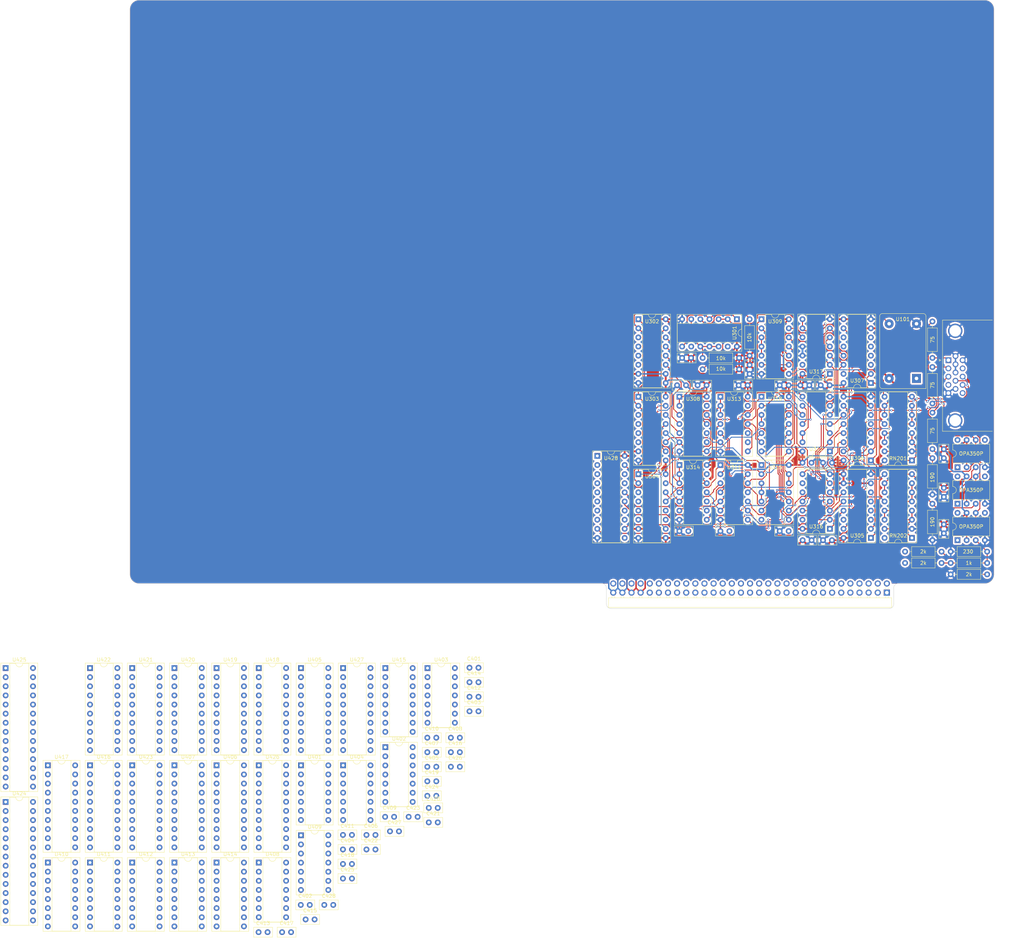
<source format=kicad_pcb>
(kicad_pcb (version 20221018) (generator pcbnew)
  (layers (0 "F.Cu" signal) (31 "B.Cu" signal) (34 "B.Paste" user) (35 "F.Paste" user) (36 "B.SilkS" user "B.Silkscreen") (37 "F.SilkS" user "F.Silkscreen") (38 "B.Mask" user) (39 "F.Mask" user) (44 "Edge.Cuts" user))
  (net 0 "")
  (net 1 "+5V")
  (net 2 "GND")
  (net 3 "/A0")
  (net 4 "/A1")
  (net 5 "/A2")
  (net 6 "/A3")
  (net 7 "/A4")
  (net 8 "/A5")
  (net 9 "/A6")
  (net 10 "/INT")
  (net 11 "/A7")
  (net 12 "/A8")
  (net 13 "/A9")
  (net 14 "/A10")
  (net 15 "/A11")
  (net 16 "/A12")
  (net 17 "/A13")
  (net 18 "/A14")
  (net 19 "/WR")
  (net 20 "/A15")
  (net 21 "/RD")
  (net 22 "/A16")
  (net 23 "/IOSELx")
  (net 24 "/A17")
  (net 25 "/A18")
  (net 26 "/MREQ")
  (net 27 "/A19")
  (net 28 "/A20")
  (net 29 "/A21")
  (net 30 "/D0")
  (net 31 "/D1")
  (net 32 "/D2")
  (net 33 "/D3")
  (net 34 "/D4")
  (net 35 "/D5")
  (net 36 "/D6")
  (net 37 "/D7")
  (net 38 "/VSYNC")
  (net 39 "/HSYNC")
  (net 40 "/B")
  (net 41 "/G")
  (net 42 "/R")
  (net 43 "/PIX0")
  (net 44 "Net-(R201-Pad1)")
  (net 45 "/PIX1")
  (net 46 "Net-(R301-Pad2)")
  (net 47 "Net-(R302-Pad2)")
  (net 48 "Net-(R303-Pad2)")
  (net 49 "/PIX5")
  (net 50 "/PIX6")
  (net 51 "/PIX7")
  (net 52 "/PIX2")
  (net 53 "/PIX3")
  (net 54 "/PIX4")
  (net 55 "/PIX_CLK")
  (net 56 "/TIMING/VBLANK_START")
  (net 57 "/TILE_LOGIC/VBI_CLR")
  (net 58 "Net-(U203-+)")
  (net 59 "Net-(RN201F-R6.2)")
  (net 60 "Net-(RN202F-R6.2)")
  (net 61 "Net-(U201--)")
  (net 62 "Net-(U202--)")
  (net 63 "Net-(U203--)")
  (net 64 "Net-(RN201A-R1.1)")
  (net 65 "Net-(RN201C-R3.2)")
  (net 66 "Net-(RN202A-R1.1)")
  (net 67 "Net-(RN202C-R3.2)")
  (net 68 "Net-(U309-Pad13)")
  (net 69 "Net-(U309-Pad6)")
  (net 70 "/TILE_LOGIC/VBLANK")
  (net 71 "Net-(U309-Pad3)")
  (net 72 "Net-(U309-Pad11)")
  (net 73 "Net-(U311-Pad13)")
  (net 74 "/TIMING/NOT_COL8")
  (net 75 "Net-(U311-Pad12)")
  (net 76 "/TIMING/NOT_COL6")
  (net 77 "/TIMING/NOT_ROW4")
  (net 78 "/TIMING/NOT_COL5")
  (net 79 "/TIMING/NOT_ROW2")
  (net 80 "Net-(U312-Pad12)")
  (net 81 "Net-(U312-Pad6)")
  (net 82 "Net-(U312-Pad11)")
  (net 83 "Net-(U313-Pad8)")
  (net 84 "Net-(U314-Pad8)")
  (net 85 "Net-(U315-Pad6)")
  (net 86 "Net-(U315-Pad3)")
  (net 87 "Net-(U315-Pad10)")
  (net 88 "Net-(U315-Pad9)")
  (net 89 "/TILE_LOGIC/HBLANK")
  (net 90 "Net-(U317-Pad4)")
  (net 91 "Net-(U318-Pad3)")
  (net 92 "Net-(U302-~{MR})")
  (net 93 "Net-(U402-Pad12)")
  (net 94 "Net-(U402-Pad6)")
  (net 95 "/TILE_LOGIC/CE_IR_CPU_BUS")
  (net 96 "Net-(U402-Pad10)")
  (net 97 "/TILE_LOGIC/NOT_VBLANK")
  (net 98 "/TILE_LOGIC/CE_TR_CPU_BUS")
  (net 99 "Net-(U403-Pad8)")
  (net 100 "Net-(U404-Pad6)")
  (net 101 "Net-(U404-Pad5)")
  (net 102 "Net-(U404-Pad1)")
  (net 103 "Net-(U404-Pad3)")
  (net 104 "/TILE_LOGIC/SX0")
  (net 105 "/TILE_LOGIC/SX1")
  (net 106 "/TILE_LOGIC/SX2")
  (net 107 "/TILE_LOGIC/SX3")
  (net 108 "/TILE_LOGIC/SX4")
  (net 109 "/TILE_LOGIC/SX5")
  (net 110 "/TILE_LOGIC/SX6")
  (net 111 "/TILE_LOGIC/SX7")
  (net 112 "/TILE_LOGIC/SX8")
  (net 113 "/TILE_LOGIC/SX9")
  (net 114 "/TILE_LOGIC/SY8")
  (net 115 "/TILE_LOGIC/SY9")
  (net 116 "/TILE_LOGIC/INDEX_RAM_PAGE")
  (net 117 "/TILE_LOGIC/TILE_RAM_PAGE")
  (net 118 "/TILE_LOGIC/SY0")
  (net 119 "/TILE_LOGIC/SY1")
  (net 120 "/TILE_LOGIC/SY2")
  (net 121 "/TILE_LOGIC/SY3")
  (net 122 "/TILE_LOGIC/SY4")
  (net 123 "/TILE_LOGIC/SY5")
  (net 124 "/TILE_LOGIC/SY6")
  (net 125 "/TILE_LOGIC/SY7")
  (net 126 "Net-(U409-Pad12)")
  (net 127 "/TILE_LOGIC/CE_TR")
  (net 128 "Net-(U409-Pad3)")
  (net 129 "/TILE_LOGIC/CE_IR")
  (net 130 "/TILE_LOGIC/X2")
  (net 131 "/TILE_LOGIC/X0")
  (net 132 "/TILE_LOGIC/X3")
  (net 133 "/TILE_LOGIC/X1")
  (net 134 "/TILE_LOGIC/X6")
  (net 135 "/TILE_LOGIC/X4")
  (net 136 "/TILE_LOGIC/X7")
  (net 137 "/TIMING/COL3")
  (net 138 "/TILE_LOGIC/X5")
  (net 139 "/TILE_LOGIC/X8")
  (net 140 "/TILE_LOGIC/X9")
  (net 141 "/TILE_LOGIC/Y2")
  (net 142 "/TILE_LOGIC/Y0")
  (net 143 "/TILE_LOGIC/Y3")
  (net 144 "/TIMING/COL2")
  (net 145 "/TILE_LOGIC/Y1")
  (net 146 "/TILE_LOGIC/Y6")
  (net 147 "/TILE_LOGIC/Y4")
  (net 148 "/TILE_LOGIC/Y7")
  (net 149 "/TIMING/COL1")
  (net 150 "/TILE_LOGIC/Y5")
  (net 151 "/TILE_LOGIC/Y8")
  (net 152 "/TILE_LOGIC/Y9")
  (net 153 "/TILE_LOGIC/IRA0")
  (net 154 "/TILE_LOGIC/IRA1")
  (net 155 "/TILE_LOGIC/IRA2")
  (net 156 "/TILE_LOGIC/IRA3")
  (net 157 "/TILE_LOGIC/IRA4")
  (net 158 "/TILE_LOGIC/IRA5")
  (net 159 "/TILE_LOGIC/IRA6")
  (net 160 "/TILE_LOGIC/IRA7")
  (net 161 "/TILE_LOGIC/IRA8")
  (net 162 "/TILE_LOGIC/IRA9")
  (net 163 "/TILE_LOGIC/IRA10")
  (net 164 "/TILE_LOGIC/IRA11")
  (net 165 "/TILE_LOGIC/IRA12")
  (net 166 "/TILE_LOGIC/IRA13")
  (net 167 "/TIMING/COL0")
  (net 168 "Net-(U302-TC)")
  (net 169 "/TILE_LOGIC/IRD1")
  (net 170 "/TILE_LOGIC/TRA0")
  (net 171 "/TILE_LOGIC/IRD0")
  (net 172 "/TILE_LOGIC/TRA1")
  (net 173 "/TILE_LOGIC/TRA2")
  (net 174 "/TILE_LOGIC/TRA3")
  (net 175 "/TILE_LOGIC/TRA4")
  (net 176 "/TILE_LOGIC/TRA5")
  (net 177 "/TILE_LOGIC/TRA6")
  (net 178 "/TILE_LOGIC/TRA7")
  (net 179 "/TILE_LOGIC/TRA8")
  (net 180 "/TILE_LOGIC/TRA9")
  (net 181 "/TILE_LOGIC/IRD7")
  (net 182 "/TILE_LOGIC/TRA10")
  (net 183 "/TILE_LOGIC/IRD6")
  (net 184 "/TILE_LOGIC/TRA11")
  (net 185 "/TILE_LOGIC/IRD5")
  (net 186 "/TILE_LOGIC/TRA12")
  (net 187 "/TILE_LOGIC/IRD4")
  (net 188 "/TILE_LOGIC/TRA13")
  (net 189 "/TILE_LOGIC/IRD3")
  (net 190 "/TILE_LOGIC/IRD2")
  (net 191 "/TILE_LOGIC/TRD2")
  (net 192 "/TILE_LOGIC/TRD1")
  (net 193 "/TILE_LOGIC/TRD0")
  (net 194 "/TILE_LOGIC/TRD7")
  (net 195 "/TILE_LOGIC/TRD6")
  (net 196 "/TILE_LOGIC/TRD5")
  (net 197 "/TILE_LOGIC/TRD4")
  (net 198 "/TILE_LOGIC/TRD3")
  (net 199 "/TIMING/COL7")
  (net 200 "/TIMING/COL6")
  (net 201 "/TIMING/COL5")
  (net 202 "/TIMING/COL4")
  (net 203 "Net-(U303-TC)")
  (net 204 "/TIMING/COL9")
  (net 205 "/TIMING/COL8")
  (net 206 "Net-(U305-~{MR})")
  (net 207 "/TIMING/ROW3")
  (net 208 "/TIMING/ROW2")
  (net 209 "/TIMING/ROW1")
  (net 210 "/TIMING/ROW0")
  (net 211 "Net-(U305-TC)")
  (net 212 "/TIMING/ROW7")
  (net 213 "/TIMING/ROW6")
  (net 214 "/TIMING/ROW5")
  (net 215 "/TIMING/ROW4")
  (net 216 "Net-(U306-TC)")
  (net 217 "/TIMING/ROW9")
  (net 218 "/TIMING/ROW8")
  (net 219 "Net-(U405-Cp)")
  (net 220 "Net-(U406-Cp)")
  (net 221 "Net-(U407-Cp)")
  (net 222 "Net-(U428-OE)")
  (net 223 "Net-(U428-Cp)")
  (net 224 "Net-(U410-C4)")
  (net 225 "Net-(U411-C4)")
  (net 226 "Net-(U413-C4)")
  (net 227 "Net-(U414-C4)")
  (net 228 "Net-(U417-Y7)")
  (net 229 "Net-(U417-Y6)")
  (net 230 "Net-(U421-Y7)")
  (net 231 "Net-(U421-Y6)")
  (footprint "Capacitor_THT:C_Disc_D5.0mm_W2.5mm_P2.50mm" (layer "F.Cu") (at 257.175 156.21 90)
    (fp_text reference "C202" hide)
    (fp_text value "0.1uF" hide)
  )
  (footprint "Resistor_THT:R_Axial_DIN0207_L6.3mm_D2.5mm_P10.16mm_Horizontal" (layer "F.Cu") (at 256.54 171.45 180)
    (fp_text reference "R204" hide)
    (fp_text value "2k")
  )
  (footprint "Package_DIP:DIP-16_W7.62mm_Socket" (layer "F.Cu") (at 248.285 146.05 180)
    (fp_text reference "RN201")
    (fp_text value "2k")
  )
  (footprint "Resistor_THT:R_Axial_DIN0207_L6.3mm_D2.5mm_P10.16mm_Horizontal" (layer "F.Cu") (at 254 145.415 -90)
    (fp_text reference "R205" hide)
    (fp_text value "190")
  )
  (footprint "Resistor_THT:R_Axial_DIN0207_L6.3mm_D2.5mm_P10.16mm_Horizontal" (layer "F.Cu") (at 254 158.115 -90)
    (fp_text reference "R206" hide)
    (fp_text value "190")
  )
  (footprint "Capacitor_THT:C_Disc_D5.0mm_W2.5mm_P2.50mm" (layer "F.Cu") (at 257.175 166.37 90)
    (fp_text reference "C203" hide)
    (fp_text value "0.1uF" hide)
  )
  (footprint "Capacitor_THT:C_Disc_D5.0mm_W2.5mm_P2.50mm" (layer "F.Cu") (at 125.059 203.809)
    (fp_text reference "C401")
    (fp_text value "0.1uF")
  )
  (footprint "Capacitor_THT:C_Disc_D5.0mm_W2.5mm_P2.50mm" (layer "F.Cu") (at 78.059 269.909)
    (fp_text reference "C402")
    (fp_text value "0.1uF")
  )
  (footprint "Capacitor_THT:C_Disc_D5.0mm_W2.5mm_P2.50mm" (layer "F.Cu") (at 125.059 215.959)
    (fp_text reference "C403")
    (fp_text value "0.1uF")
  )
  (footprint "Capacitor_THT:C_Disc_D5.0mm_W2.5mm_P2.50mm" (layer "F.Cu") (at 89.809 254.459)
    (fp_text reference "C404")
    (fp_text value "0.1uF")
  )
  (footprint "Capacitor_THT:C_Disc_D5.0mm_W2.5mm_P2.50mm" (layer "F.Cu") (at 113.309 231.409)
    (fp_text reference "C405")
    (fp_text value "0.1uF")
  )
  (footprint "Capacitor_THT:C_Disc_D5.0mm_W2.5mm_P2.50mm" (layer "F.Cu") (at 96.359 250.409)
    (fp_text reference "C406")
    (fp_text value "0.1uF")
  )
  (footprint "Capacitor_THT:C_Disc_D5.0mm_W2.5mm_P2.50mm" (layer "F.Cu") (at 113.309 227.359)
    (fp_text reference "C407")
    (fp_text value "0.1uF")
  )
  (footprint "Capacitor_THT:C_Disc_D5.0mm_W2.5mm_P2.50mm" (layer "F.Cu") (at 119.859 223.309)
    (fp_text reference "C408")
    (fp_text value "0.1uF")
  )
  (footprint "Capacitor_THT:C_Disc_D5.0mm_W2.5mm_P2.50mm" (layer "F.Cu") (at 101.559 245.359)
    (fp_text reference "C409")
    (fp_text value "0.1uF")
  )
  (footprint "Capacitor_THT:C_Disc_D5.0mm_W2.5mm_P2.50mm" (layer "F.Cu") (at 113.309 223.309)
    (fp_text reference "C410")
    (fp_text value "0.1uF")
  )
  (footprint "Capacitor_THT:C_Disc_D5.0mm_W2.5mm_P2.50mm" (layer "F.Cu") (at 89.809 250.409)
    (fp_text reference "C411")
    (fp_text value "0.1uF")
  )
  (footprint "Capacitor_THT:C_Disc_D5.0mm_W2.5mm_P2.50mm" (layer "F.Cu") (at 125.059 211.909)
    (fp_text reference "C412")
    (fp_text value "0.1uF")
  )
  (footprint "Capacitor_THT:C_Disc_D5.0mm_W2.5mm_P2.50mm" (layer "F.Cu") (at 66.309 277.509)
    (fp_text reference "C413")
    (fp_text value "0.1uF")
  )
  (footprint "Capacitor_THT:C_Disc_D5.0mm_W2.5mm_P2.50mm" (layer "F.Cu") (at 125.059 207.859)
    (fp_text reference "C414")
    (fp_text value "0.1uF")
  )
  (footprint "Capacitor_THT:C_Disc_D5.0mm_W2.5mm_P2.50mm" (layer "F.Cu") (at 79.409 273.959)
    (fp_text reference "C415")
    (fp_text value "0.1uF")
  )
  (footprint "Capacitor_THT:C_Disc_D5.0mm_W2.5mm_P2.50mm" (layer "F.Cu") (at 119.859 227.359)
    (fp_text reference "C416")
    (fp_text value "0.1uF")
  )
  (footprint "Capacitor_THT:C_Disc_D5.0mm_W2.5mm_P2.50mm" (layer "F.Cu") (at 72.859 277.509)
    (fp_text reference "C417")
    (fp_text value "0.1uF")
  )
  (footprint "Capacitor_THT:C_Disc_D5.0mm_W2.5mm_P2.50mm" (layer "F.Cu") (at 89.809 258.509)
    (fp_text reference "C418")
    (fp_text value "0.1uF")
  )
  (footprint "Capacitor_THT:C_Disc_D5.0mm_W2.5mm_P2.50mm" (layer "F.Cu") (at 113.309 235.459)
    (fp_text reference "C419")
    (fp_text value "0.1uF")
  )
  (footprint "Capacitor_THT:C_Disc_D5.0mm_W2.5mm_P2.50mm" (layer "F.Cu") (at 113.709 242.869)
    (fp_text reference "C420")
    (fp_text value "0.1uF")
  )
  (footprint "Capacitor_THT:C_Disc_D5.0mm_W2.5mm_P2.50mm" (layer "F.Cu") (at 113.709 246.919)
    (fp_text reference "C421")
    (fp_text value "0.1uF")
  )
  (footprint "Capacitor_THT:C_Disc_D5.0mm_W2.5mm_P2.50mm" (layer "F.Cu") (at 96.359 254.459)
    (fp_text reference "C422")
    (fp_text value "0.1uF")
  )
  (footprint "Capacitor_THT:C_Disc_D5.0mm_W2.5mm_P2.50mm" (layer "F.Cu") (at 108.109 245.359)
    (fp_text reference "C423")
    (fp_text value "0.1uF")
  )
  (footprint "Capacitor_THT:C_Disc_D5.0mm_W2.5mm_P2.50mm" (layer "F.Cu") (at 113.309 239.509)
    (fp_text reference "C424")
    (fp_text value "0.1uF")
  )
  (footprint "Capacitor_THT:C_Disc_D5.0mm_W2.5mm_P2.50mm" (layer "F.Cu") (at 89.809 262.559)
    (fp_text reference "C425")
    (fp_text value "0.1uF")
  )
  (footprint "Capacitor_THT:C_Disc_D5.0mm_W2.5mm_P2.50mm" (layer "F.Cu") (at 119.859 231.409)
    (fp_text reference "C426")
    (fp_text value "0.1uF")
  )
  (footprint "Capacitor_THT:C_Disc_D5.0mm_W2.5mm_P2.50mm" (layer "F.Cu") (at 102.909 249.409)
    (fp_text reference "C427")
    (fp_text value "0.1uF")
  )
  (footprint "Capacitor_THT:C_Disc_D5.0mm_W2.5mm_P2.50mm" (layer "F.Cu") (at 84.609 269.909)
    (fp_text reference "C428")
    (fp_text value "0.1uF")
  )
  (footprint "my_footprints:PinHeader_2x31_P2.54mm_Horizontal_AltPins" (layer "F.Cu") (at 241.3 180.34 -90)
    (fp_text reference "J101")
    (fp_text value "2x31 Card Edge Male")
  )
  (footprint "Connector_Dsub:DSUB-15-HD_Female_Horizontal_P2.29x1.98mm_EdgePinOffset8.35mm_Housed_MountingHolesOffset10.89mm" (layer "F.Cu") (at 258.445 118.11 90)
    (fp_text reference "J102" hide)
    (fp_text value "Female VGA Connector")
  )
  (footprint "Resistor_THT:R_Axial_DIN0207_L6.3mm_D2.5mm_P10.16mm_Horizontal" (layer "F.Cu") (at 256.54 174.625 180)
    (fp_text reference "R201" hide)
    (fp_text value "2k")
  )
  (footprint "Resistor_THT:R_Axial_DIN0207_L6.3mm_D2.5mm_P10.16mm_Horizontal" (layer "F.Cu") (at 259.08 177.8)
    (fp_text reference "R202" hide)
    (fp_text value "2k")
  )
  (footprint "Resistor_THT:R_Axial_DIN0207_L6.3mm_D2.5mm_P10.16mm_Horizontal" (layer "F.Cu") (at 269.24 174.625 180)
    (fp_text reference "R203" hide)
    (fp_text value "1k")
  )
  (footprint "Resistor_THT:R_Axial_DIN0207_L6.3mm_D2.5mm_P10.16mm_Horizontal" (layer "F.Cu") (at 269.24 171.45 180)
    (fp_text reference "R207" hide)
    (fp_text value "230")
  )
  (footprint "Resistor_THT:R_Axial_DIN0207_L6.3mm_D2.5mm_P10.16mm_Horizontal" (layer "F.Cu") (at 254 117.475 90)
    (fp_text reference "R208" hide)
    (fp_text value "75")
  )
  (footprint "Package_DIP:DIP-16_W7.62mm_Socket" (layer "F.Cu") (at 248.285 167.64 180)
    (fp_text reference "RN202")
    (fp_text value "2k")
  )
  (footprint "Package_DIP:DIP-8_W7.62mm" (layer "F.Cu") (at 260.985 158.115 90)
    (fp_text reference "U202" hide)
    (fp_text value "OPA350P")
  )
  (footprint "Package_DIP:DIP-14_W7.62mm_Socket" (layer "F.Cu") (at 78.109 231.009)
    (fp_text reference "U401")
    (fp_text value "74F02")
  )
  (footprint "Package_DIP:DIP-14_W7.62mm_Socket" (layer "F.Cu") (at 101.609 225.959)
    (fp_text reference "U402")
    (fp_text value "74F00")
  )
  (footprint "Package_DIP:DIP-14_W7.62mm_Socket" (layer "F.Cu") (at 113.359 203.909)
    (fp_text reference "U403")
    (fp_text value "74F30")
  )
  (footprint "Package_DIP:DIP-14_W7.62mm_Socket" (layer "F.Cu") (at 89.859 231.009)
    (fp_text reference "U404")
    (fp_text value "74F32")
  )
  (footprint "Package_DIP:DIP-20_W7.62mm_Socket" (layer "F.Cu") (at 78.109 203.909)
    (fp_text reference "U405")
    (fp_text value "74AHCT574")
  )
  (footprint "Package_DIP:DIP-20_W7.62mm_Socket" (layer "F.Cu") (at 54.609 231.009)
    (fp_text reference "U406")
    (fp_text value "74AHCT574")
  )
  (footprint "Package_DIP:DIP-20_W7.62mm_Socket" (layer "F.Cu") (at 42.859 231.009)
    (fp_text reference "U407")
    (fp_text value "74AHCT574")
  )
  (footprint "Package_DIP:DIP-14_W7.62mm_Socket" (layer "F.Cu") (at 66.359 258.109)
    (fp_text reference "U408")
    (fp_text value "74F02")
  )
  (footprint "Package_DIP:DIP-14_W7.62mm_Socket" (layer "F.Cu") (at 78.109 250.509)
    (fp_text reference "U409")
    (fp_text value "74F00")
  )
  (footprint "Package_DIP:DIP-16_W7.62mm_Socket" (layer "F.Cu") (at 7.609 258.109)
    (fp_text reference "U410")
    (fp_text value "74F283")
  )
  (footprint "Package_DIP:DIP-16_W7.62mm_Socket" (layer "F.Cu") (at 19.359 258.109)
    (fp_text reference "U411")
    (fp_text value "74F283")
  )
  (footprint "Package_DIP:DIP-16_W7.62mm_Socket" (layer "F.Cu") (at 31.109 258.109)
    (fp_text reference "U412")
    (fp_text value "74F283")
  )
  (footprint "Package_DIP:DIP-16_W7.62mm_Socket" (layer "F.Cu") (at 42.859 258.109)
    (fp_text reference "U413")
    (fp_text value "74F283")
  )
  (footprint "Package_DIP:DIP-16_W7.62mm_Socket" (layer "F.Cu") (at 54.609 258.109)
    (fp_text reference "U414")
    (fp_text value "74F283")
  )
  (footprint "Package_DIP:DIP-16_W7.62mm_Socket" (layer "F.Cu") (at 101.609 203.909)
    (fp_text reference "U415")
    (fp_text value "74F283")
  )
  (footprint "Package_DIP:DIP-20_W7.62mm_Socket" (layer "F.Cu") (at 19.359 231.009)
    (fp_text reference "U416")
    (fp_text value "74F541")
  )
  (footprint "Package_DIP:DIP-20_W7.62mm_Socket" (layer "F.Cu") (at 7.609 231.009)
    (fp_text reference "U417")
    (fp_text value "74F541")
  )
  (footprint "Package_DIP:DIP-20_W7.62mm_Socket" (layer "F.Cu") (at 66.359 203.909)
    (fp_text reference "U418")
    (fp_text value "74F541")
  )
  (footprint "Package_DIP:DIP-20_W7.62mm_Socket" (layer "F.Cu") (at 54.609 203.909)
    (fp_text reference "U419")
    (fp_text value "74F541")
  )
  (footprint "Package_DIP:DIP-20_W7.62mm_Socket" (layer "F.Cu") (at 42.859 203.909)
    (fp_text reference "U420")
    (fp_text value "74F541")
  )
  (footprint "Package_DIP:DIP-20_W7.62mm_Socket" (layer "F.Cu") (at 31.109 203.909)
    (fp_text reference "U421")
    (fp_text value "74F541")
  )
  (footprint "Package_DIP:DIP-20_W7.62mm_Socket" (layer "F.Cu") (at 19.359 203.909)
    (fp_text reference "U422")
    (fp_text value "74F541")
  )
  (footprint "Package_DIP:DIP-20_W7.62mm_Socket" (layer "F.Cu") (at 31.109 231.009)
    (fp_text reference "U423")
    (fp_text value "74F541")
  )
  (footprint "Package_DIP:DIP-28_W7.62mm_Socket" (layer "F.Cu") (at -4.141 241.209)
    (fp_text reference "U424")
    (fp_text value "71256SA")
  )
  (footprint "Package_DIP:DIP-28_W7.62mm_Socket" (layer "F.Cu") (at -4.141 203.909)
    (fp_text reference "U425")
    (fp_text value "71256SA")
  )
  (footprint "Package_DIP:DIP-20_W7.62mm_Socket" (layer "F.Cu") (at 66.359 231.009)
    (fp_text reference "U426")
    (fp_text value "74AHCT245")
  )
  (footprint "Package_DIP:DIP-20_W7.62mm_Socket" (layer "F.Cu") (at 89.859 203.909)
    (fp_text reference "U427")
    (fp_text value "74AHCT245")
  )
  (footprint "Package_DIP:DIP-20_W7.62mm_Socket" (layer "F.Cu") (at 160.655 144.78)
    (fp_text reference "U428")
    (fp_text value "74ACT374")
  )
  (footprint "Package_DIP:DIP-14_W7.62mm_Socket" (layer "F.Cu") (at 194.945 128.27)
    (fp_text reference "U313")
    (fp_text value "74F30")
  )
  (footprint "Capacitor_THT:C_Disc_D5.0mm_W2.5mm_P2.50mm" (layer "F.Cu") (at 182.88 125.095)
    (fp_text reference "C301" hide)
    (fp_text value "0.1uF")
  )
  (footprint "Capacitor_THT:C_Disc_D5.0mm_W2.5mm_P2.50mm" (layer "F.Cu") (at 223.52 168.275)
    (fp_text reference "C304" hide)
    (fp_text value "0.1uF")
  )
  (footprint "Capacitor_THT:C_Disc_D5.0mm_W2.5mm_P2.50mm" (layer "F.Cu") (at 223.52 146.685)
    (fp_text reference "C305" hide)
    (fp_text value "0.1uF")
  )
  (footprint "Capacitor_THT:C_Disc_D5.0mm_W2.5mm_P2.50mm" (layer "F.Cu") (at 188.595 125.095)
    (fp_text reference "C307" hide)
    (fp_text value "0.1uF")
  )
  (footprint "Capacitor_THT:C_Disc_D5.0mm_W2.5mm_P2.50mm" (layer "F.Cu") (at 184.277 117.475)
    (fp_text reference "C309" hide)
    (fp_text value "0.1uF")
  )
  (footprint "Capacitor_THT:C_Disc_D5.0mm_W2.5mm_P2.50mm" (layer "F.Cu") (at 194.945 165.735)
    (fp_text reference "C310" hide)
    (fp_text value "0.1uF")
  )
  (footprint "Capacitor_THT:C_Disc_D5.0mm_W2.5mm_P2.50mm" (layer "F.Cu") (at 220.305 146.685 180)
    (fp_text reference "C311" hide)
    (fp_text value "0.1uF")
  )
  (footprint "Capacitor_THT:C_Disc_D5.0mm_W2.5mm_P2.50mm" (layer "F.Cu") (at 200.025 125.095)
    (fp_text reference "C312" hide)
    (fp_text value "0.1uF")
  )
  (footprint "Capacitor_THT:C_Disc_D5.0mm_W2.5mm_P2.50mm" (layer "F.Cu") (at 183.515 165.735)
    (fp_text reference "C313" hide)
    (fp_text value "0.1uF")
  )
  (footprint "Capacitor_THT:C_Disc_D5.0mm_W2.5mm_P2.50mm" (layer "F.Cu") (at 211.455 165.735)
    (fp_text reference "C314" hide)
    (fp_text value "0.1uF")
  )
  (footprint "Capacitor_THT:C_Disc_D5.0mm_W2.5mm_P2.50mm" (layer "F.Cu") (at 220.345 168.275 180)
    (fp_text reference "C315" hide)
    (fp_text value "0.1uF")
  )
  (footprint "Capacitor_THT:C_Disc_D5.0mm_W2.5mm_P2.50mm" (layer "F.Cu") (at 203.073 121.9454 90)
    (fp_text reference "C316" hide)
    (fp_text value "0.1uF")
  )
  (footprint "Capacitor_THT:C_Disc_D5.0mm_W2.5mm_P2.50mm" (layer "F.Cu") (at 219.71 125.095 180)
    (fp_text reference "C317" hide)
    (fp_text value "0.1uF")
  )
  (footprint "Capacitor_THT:C_Disc_D5.0mm_W2.5mm_P2.50mm" (layer "F.Cu") (at 211.455 125.095)
    (fp_text reference "C318" hide)
    (fp_text value "0.1uF")
  )
  (footprint "Resistor_THT:R_Axial_DIN0207_L6.3mm_D2.5mm_P10.16mm_Horizontal" (layer "F.Cu") (at 200.152 120.65 180)
    (fp_text reference "R301" hide)
    (fp_text value "10k")
  )
  (footprint "Resistor_THT:R_Axial_DIN0207_L6.3mm_D2.5mm_P10.16mm_Horizontal" (layer "F.Cu") (at 200.152 117.475 180)
    (fp_text reference "R303" hide)
    (fp_text value "10k")
  )
  (footprint "Package_DIP:DIP-14_W7.62mm_Socket" (layer "F.Cu") (at 199.517 106.68 -90)
    (fp_text reference "U301")
    (fp_text value "74LS33")
  )
  (footprint "Package_DIP:DIP-16_W7.62mm_Socket" (layer "F.Cu") (at 172.085 106.68)
    (fp_text reference "U302")
    (fp_text value "74ACT163")
  )
  (footprint "Package_DIP:DIP-16_W7.62mm_Socket" (layer "F.Cu") (at 172.085 128.27)
    (fp_text reference "U303")
    (fp_text value "74ACT163")
  )
  (footprint "Package_DIP:DIP-16_W7.62mm_Socket" (layer "F.Cu") (at 172.085 149.86)
    (fp_text reference "U304")
    (fp_text value "74ACT163")
  )
  (footprint "Package_DIP:DIP-16_W7.62mm_Socket" (layer "F.Cu") (at 236.855 167.64 180)
    (fp_text reference "U305")
    (fp_text value "74ACT163")
  )
  (footprint "Package_DIP:DIP-16_W7.62mm_Socket" (layer "F.Cu") (at 236.855 146.05 180)
    (fp_text reference "U306")
    (fp_text value "74ACT163")
  )
  (footprint "Package_DIP:DIP-14_W7.62mm_Socket" (layer "F.Cu") (at 183.515 128.27)
    (fp_text reference "U308")
    (fp_text value "74F30")
  )
  (footprint "Package_DIP:DIP-14_W7.62mm_Socket" (layer "F.Cu") (at 206.375 106.68)
    (fp_text reference "U309")
    (fp_text value "74F00")
  )
  (footprint "Package_DIP:DIP-14_W7.62mm_Socket" (layer "F.Cu") (at 194.945 147.32)
    (fp_text reference "U311")
    (fp_text value "74F04")
  )
  (footprint "Package_DIP:DIP-14_W7.62mm_Socket" (layer "F.Cu") (at 225.425 143.51 180)
    (fp_text reference "U312")
    (fp_text value "74F00")
  )
  (footprint "Package_DIP:DIP-14_W7.62mm_Socket" (layer "F.Cu") (at 183.515 147.32)
    (fp_text reference "U314")
    (fp_text value "74F30")
  )
  (footprint "Package_DIP:DIP-14_W7.62mm_Socket" (layer "F.Cu") (at 206.375 147.32)
    (fp_text reference "U315")
    (fp_text value "74F00")
  )
  (footprint "Package_DIP:DIP-14_W7.62mm_Socket" (layer "F.Cu") (at 225.425 165.1 180)
    (fp_text reference "U316")
    (fp_text value "74F30")
  )
  (footprint "Package_DIP:DIP-14_W7.62mm_Socket" (layer "F.Cu") (at 225.425 121.92 180)
    (fp_text reference "U317")
    (fp_text value "74F02")
  )
  (footprint "Package_DIP:DIP-14_W7.62mm_Socket" (layer "F.Cu") (at 206.375 128.27)
    (fp_text reference "U318")
    (fp_text value "74F00")
  )
  (footprint "Capacitor_THT:C_Disc_D5.0mm_W2.5mm_P2.50mm" (layer "F.Cu") (at 222.885 125.095)
    (fp_text reference "C306" hide)
    (fp_text value "0.1uF")
  )
  (footprint "Package_DIP:DIP-16_W7.62mm_Socket" (layer "F.Cu") (at 236.855 124.46 180)
    (fp_text reference "U307")
    (fp_text value "74ACT163")
  )
  (footprint "Resistor_THT:R_Axial_DIN0207_L6.3mm_D2.5mm_P10.16mm_Horizontal" (layer "F.Cu") (at 203.073 116.84 90)
    (fp_text reference "R302" hide)
    (fp_text value "10k")
  )
  (footprint "Oscillator:Oscillator_DIP-14_LargePads" (layer "F.Cu") (at 249.555 123.19 90)
    (fp_text reference "U101")
    (fp_text value "25.175 MHz")
  )
  (footprint "Resistor_THT:R_Axial_DIN0207_L6.3mm_D2.5mm_P10.16mm_Horizontal" (layer "F.Cu") (at 254 132.715 -90)
    (fp_text reference "R210" hide)
    (fp_text value "75")
  )
  (footprint "Capacitor_THT:C_Disc_D5.0mm_W2.5mm_P2.50mm" (layer "F.Cu") (at 257.175 145.415 90)
    (fp_text reference "C201" hide)
    (fp_text value "0.1uF" hide)
  )
  (footprint "Package_DIP:DIP-8_W7.62mm" (layer "F.Cu") (at 260.985 168.275 90)
    (fp_text reference "U203" hide)
    (fp_text value "OPA350P")
  )
  (footprint "Resistor_THT:R_Axial_DIN0207_L6.3mm_D2.5mm_P10.16mm_Horizontal" (layer "F.Cu") (at 254 120.015 -90)
    (fp_text reference "R209" hide)
    (fp_text value "75")
  )
  (footprint "Package_DIP:DIP-8_W7.62mm" (layer "F.Cu") (at 260.985 147.955 90)
    (fp_text reference "U201" hide)
    (fp_text value "OPA350P")
  )
  (gr_line (start 243.205 181.61) (end 243.205 186.055) (stroke (width 0.1)) (layer "Edge.Cuts"))
  (gr_line (start 271.145 177.8) (end 271.145 20.32) (stroke (width 0.1)) (layer "Edge.Cuts"))
  (gr_line (start 30.48 20.32) (end 30.48 177.8) (stroke (width 0.1)) (layer "Edge.Cuts"))
  (gr_arc (start 161.925 180.34) (mid 162.823026 180.711974) (end 163.195 181.61) (stroke (width 0.1)) (layer "Edge.Cuts"))
  (gr_arc (start 271.145 177.8) (mid 270.401051 179.596051) (end 268.605 180.34) (stroke (width 0.1)) (layer "Edge.Cuts"))
  (gr_line (start 33.02 180.34) (end 161.925 180.34) (stroke (width 0.1)) (layer "Edge.Cuts"))
  (gr_line (start 163.195 181.61) (end 163.195 186.055) (stroke (width 0.1)) (layer "Edge.Cuts"))
  (gr_line (start 244.475 180.34) (end 268.605 180.34) (stroke (width 0.1)) (layer "Edge.Cuts"))
  (gr_arc (start 33.02 180.34) (mid 31.223949 179.596051) (end 30.48 177.8) (stroke (width 0.1)) (layer "Edge.Cuts"))
  (gr_arc (start 164.465 187.325) (mid 163.566974 186.953026) (end 163.195 186.055) (stroke (width 0.1)) (layer "Edge.Cuts"))
  (gr_line (start 164.465 187.325) (end 241.935 187.325) (stroke (width 0.1)) (layer "Edge.Cuts"))
  (gr_arc (start 243.205 186.055) (mid 242.833026 186.953026) (end 241.935 187.325) (stroke (width 0.1)) (layer "Edge.Cuts"))
  (gr_arc (start 30.48 20.32) (mid 31.223949 18.523949) (end 33.02 17.78) (stroke (width 0.1)) (layer "Edge.Cuts"))
  (gr_arc (start 268.605 17.78) (mid 270.401051 18.523949) (end 271.145 20.32) (stroke (width 0.1)) (layer "Edge.Cuts"))
  (gr_arc (start 243.205 181.61) (mid 243.576974 180.711974) (end 244.475 180.34) (stroke (width 0.1)) (layer "Edge.Cuts"))
  (gr_line (start 268.605 17.78) (end 33.02 17.78) (stroke (width 0.1)) (layer "Edge.Cuts"))
  (segment (start 191.960599 121.856401) (end 199.517 114.3) (width 0.4064) (layer "F.Cu") (net 1))
  (segment (start 226.02 168.275) (end 228.6 168.275) (width 0.4064) (layer "F.Cu") (net 1))
  (segment (start 199.517 114.3) (end 199.517 116.84) (width 0.4064) (layer "F.Cu") (net 1))
  (segment (start 186.777 117.475) (end 186.777 119.220474) (width 0.4064) (layer "F.Cu") (net 1))
  (segment (start 179.705 128.27) (end 179.705 124.46) (width 0.4064) (layer "F.Cu") (net 1))
  (segment (start 229.235 149.86) (end 229.235 152.4) (width 0.4064) (layer "F.Cu") (net 1))
  (segment (start 228.6 146.685) (end 226.06 146.685) (width 0.4064) (layer "F.Cu") (net 1))
  (segment (start 229.235 124.46) (end 229.235 128.27) (width 0.4064) (layer "F.Cu") (net 1))
  (segment (start 200.787 116.84) (end 200.152 117.475) (width 0.4064) (layer "F.Cu") (net 1))
  (segment (start 218.328482 122.443482) (end 217.805 121.92) (width 0.4064) (layer "F.Cu") (net 1))
  (segment (start 217.21 122.515) (end 217.805 121.92) (width 0.4064) (layer "F.Cu") (net 1))
  (segment (start 179.705 146.05) (end 179.705 149.86) (width 0.4064) (layer "F.Cu") (net 1))
  (segment (start 217.21 125.095) (end 217.21 122.515) (width 0.4064) (layer "F.Cu") (net 1))
  (segment (start 224.01028 122.443482) (end 218.328482 122.443482) (width 0.4064) (layer "F.Cu") (net 1))
  (segment (start 229.235 146.05) (end 228.6 146.685) (width 0.4064) (layer "F.Cu") (net 1))
  (segment (start 229.235 146.05) (end 229.235 149.86) (width 0.4064) (layer "F.Cu") (net 1))
  (segment (start 231.452611 152.4) (end 236.855 152.4) (width 0.4064) (layer "F.Cu") (net 1))
  (segment (start 228.6 168.275) (end 229.235 167.64) (width 0.4064) (layer "F.Cu") (net 1))
  (segment (start 186.777 119.220474) (end 189.412927 121.856401) (width 0.4064) (layer "F.Cu") (net 1))
  (segment (start 191.095 128.23) (end 191.135 128.27) (width 0.4064) (layer "F.Cu") (net 1))
  (segment (start 200.152 120.65) (end 200.152 117.475) (width 0.4064) (layer "F.Cu") (net 1))
  (segment (start 217.17 147.32) (end 217.805 146.685) (width 0.4064) (layer "F.Cu") (net 1))
  (segment (start 189.412927 121.856401) (end 191.960599 121.856401) (width 0.4064) (layer "F.Cu") (net 1))
  (segment (start 213.995 128.27) (end 213.995 125.095) (width 0.4064) (layer "F.Cu") (net 1))
  (segment (start 202.565 128.27) (end 202.565 125.095) (width 0.4064) (layer "F.Cu") (net 1))
  (segment (start 179.705 121.92) (end 179.705 124.46) (width 0.4064) (layer "F.Cu") (net 1))
  (segment (start 191.095 125.095) (end 191.095 128.23) (width 0.4064) (layer "F.Cu") (net 1))
  (segment (start 217.805 143.51) (end 217.805 146.685) (width 0.4064) (layer "F.Cu") (net 1))
  (segment (start 213.995 147.32) (end 217.17 147.32) (width 0.4064) (layer "F.Cu") (net 1))
  (segment (start 199.517 116.84) (end 200.152 117.475) (width 0.4064) (layer "F.Cu") (net 1))
  (segment (start 170.18 182.88) (end 168.896401 181.596401) (width 0.4064) (layer "F.Cu") (net 1))
  (segment (start 213.995 106.68) (end 212.331389 108.343611) (width 0.4064) (layer "F.Cu") (net 1))
  (segment (start 260.31 163.87) (end 263.525 160.655) (width 0.4064) (layer "F.Cu") (net 1))
  (segment (start 263.515 123.835) (end 263.525 123.825) (width 0.254) (layer "F.Cu") (net 1))
  (segment (start 260.945 142.915) (end 263.525 140.335) (width 0.4064) (layer "F.Cu") (net 1))
  (segment (start 172.72 182.88) (end 171.45 181.61) (width 0.4064) (layer "F.Cu") (net 1))
  (segment (start 201.422 116.84) (end 203.2 116.84) (width 0.4064) (layer "F.Cu") (net 1))
  (segment (start 212.331389 108.343611) (end 212.331389 116.237447) (width 0.4064) (layer "F.Cu") (net 1))
  (segment (start 168.896401 181.596401) (end 168.896401 179.083599) (width 0.4064) (layer "F.Cu") (net 1))
  (segment (start 260.425 123.835) (end 263.515 123.835) (width 0.254) (layer "F.Cu") (net 1))
  (segment (start 212.331389 116.237447) (end 212.511971 116.418029) (width 0.4064) (layer "F.Cu") (net 1))
  (segment (start 173.99 181.61) (end 173.99 179.07) (width 0.4064) (layer "F.Cu") (net 1))
  (segment (start 257.175 163.87) (end 260.31 163.87) (width 0.4064) (layer "F.Cu") (net 1))
  (segment (start 171.45 181.61) (end 171.45 179.07) (width 0.4064) (layer "F.Cu") (net 1))
  (segment (start 257.175 153.71) (end 260.31 153.71) (width 0.4064) (layer "F.Cu") (net 1))
  (segment (start 201.295 116.84) (end 201.422 116.84) (width 0.4064) (layer "F.Cu") (net 1))
  (segment (start 260.31 153.71) (end 263.525 150.495) (width 0.4064) (layer "F.Cu") (net 1))
  (segment (start 200.787 116.84) (end 201.422 116.84) (width 0.4064) (layer "F.Cu") (net 1))
  (segment (start 179.705 106.68) (end 181.61 108.585) (width 0.4064) (layer "F.Cu") (net 1))
  (segment (start 257.175 142.915) (end 260.945 142.915) (width 0.4064) (layer "F.Cu") (net 1))
  (segment (start 203.2 116.84) (end 203.2 119.38) (width 0.4064) (layer "F.Cu") (net 1))
  (segment (start 170.18 182.88) (end 171.45 181.61) (width 0.4064) (layer "F.Cu") (net 1))
  (segment (start 172.72 182.88) (end 173.99 181.61) (width 0.4064) (layer "F.Cu") (net 1))
  (via (at 224.01028 122.443482) (size 0.6) (drill 0.3) (layers "F.Cu" "B.Cu") (net 1))
  (via (at 231.452611 152.4) (size 0.6) (drill 0.3) (layers "F.Cu" "B.Cu") (net 1))
  (via (at 212.471 120.523) (size 0.6) (drill 0.3) (layers "F.Cu" "B.Cu") (net 1))
  (via (at 212.511971 116.418029) (size 0.6) (drill 0.3) (layers "F.Cu" "B.Cu") (net 1))
  (segment (start 202.565 147.32) (end 203.771401 148.526401) (width 0.4064) (layer "B.Cu") (net 1))
  (segment (start 185.38 125.095) (end 186.586401 126.301401) (width 0.4064) (layer "B.Cu") (net 1))
  (segment (start 189.928599 126.301401) (end 191.135 125.095) (width 0.4064) (layer "B.Cu") (net 1))
  (segment (start 186.586401 126.301401) (end 189.928599 126.301401) (width 0.4064) (layer "B.Cu") (net 1))
  (segment (start 183.985001 123.660001) (end 185.42 125.095) (width 0.4064) (layer "B.Cu") (net 1))
  (segment (start 180.504999 123.660001) (end 183.985001 123.660001) (width 0.4064) (layer "B.Cu") (net 1))
  (segment (start 213.955 125.095) (end 217.17 125.095) (width 0.4064) (layer "B.Cu") (net 1))
  (segment (start 229.235 152.4) (end 231.452611 152.4) (width 0.4064) (layer "B.Cu") (net 1))
  (segment (start 224.01028 123.72028) (end 224.01028 122.443482) (width 0.4064) (layer "B.Cu") (net 1))
  (segment (start 225.385 125.095) (end 224.01028 123.72028) (width 0.4064) (layer "B.Cu") (net 1))
  (segment (start 225.385 125.095) (end 228.6 125.095) (width 0.4064) (layer "B.Cu") (net 1))
  (segment (start 208.706522 147.32) (end 213.995 147.32) (width 0.4064) (layer "B.Cu") (net 1))
  (segment (start 179.705 124.46) (end 180.504999 123.660001) (width 0.4064) (layer "B.Cu") (net 1))
  (segment (start 192.341401 146.113599) (end 191.135 147.32) (width 0.4064) (layer "B.Cu") (net 1))
  (segment (start 196.070121 146.113599) (end 192.341401 146.113599) (width 0.4064) (layer "B.Cu") (net 1))
  (segment (start 229.235 128.27) (end 234.315 128.27) (width 0.4064) (layer "B.Cu") (net 1))
  (segment (start 197.276522 147.32) (end 196.070121 146.113599) (width 0.4064) (layer "B.Cu") (net 1))
  (segment (start 234.315 128.27) (end 236.855 130.81) (width 0.4064) (layer "B.Cu") (net 1))
  (segment (start 228.6 125.095) (end 229.235 124.46) (width 0.4064) (layer "B.Cu") (net 1))
  (segment (start 203.771401 148.526401) (end 207.500121 148.526401) (width 0.4064) (layer "B.Cu") (net 1))
  (segment (start 202.565 147.32) (end 197.276522 147.32) (width 0.4064) (layer "B.Cu") (net 1))
  (segment (start 207.500121 148.526401) (end 208.706522 147.32) (width 0.4064) (layer "B.Cu") (net 1))
  (segment (start 259.08 148.381522) (end 259.08 144.78) (width 0.4064) (layer "B.Cu") (net 1))
  (segment (start 263.525 160.655) (end 262.318599 159.448599) (width 0.4064) (layer "B.Cu") (net 1))
  (segment (start 263.525 150.495) (end 262.191401 149.161401) (width 0.4064) (layer "B.Cu") (net 1))
  (segment (start 259.08 144.78) (end 257.175 142.875) (width 0.4064) (layer "B.Cu") (net 1))
  (segment (start 262.318599 159.448599) (end 262.318599 151.701401) (width 0.4064) (layer "B.Cu") (net 1))
  (segment (start 225.859072 144.775132) (end 226.2264 145.14246) (width 0.4064) (layer "B.Cu") (net 1))
  (segment (start 172.085 121.92) (end 179.705 121.92) (width 0.4064) (layer "B.Cu") (net 1))
  (segment (start 217.805 146.685) (end 219.714868 144.775132) (width 0.4064) (layer "B.Cu") (net 1))
  (segment (start 226.2264 146.5186) (end 226.06 146.685) (width 0.4064) (layer "B.Cu") (net 1))
  (segment (start 262.318599 151.701401) (end 263.525 150.495) (width 0.4064) (layer "B.Cu") (net 1))
  (segment (start 219.714868 144.775132) (end 225.859072 144.775132) (width 0.4064) (layer "B.Cu") (net 1))
  (segment (start 212.511971 116.418029) (end 212.511971 120.482029) (width 0.4064) (layer "B.Cu") (net 1))
  (segment (start 259.859879 149.161401) (end 259.08 148.381522) (width 0.4064) (layer "B.Cu") (net 1))
  (segment (start 212.511971 120.482029) (end 212.471 120.523) (width 0.4064) (layer "B.Cu") (net 1))
  (segment (start 226.2264 145.14246) (end 226.2264 146.5186) (width 0.4064) (layer "B.Cu") (net 1))
  (segment (start 262.191401 149.161401) (end 259.859879 149.161401) (width 0.4064) (layer "B.Cu") (net 1))
  (segment (start 194.945 165.735) (end 194.945 162.56) (width 0.4064) (layer "F.Cu") (net 2))
  (segment (start 223.52 147.955) (end 225.425 149.86) (width 0.4064) (layer "F.Cu") (net 2))
  (segment (start 223.52 146.685) (end 223.52 147.955) (width 0.4064) (layer "F.Cu") (net 2))
  (segment (start 183.515 165.735) (end 183.515 162.56) (width 0.4064) (layer "B.Cu") (net 2))
  (segment (start 184.277 117.475) (end 183.070599 116.268599) (width 0.4064) (layer "B.Cu") (net 2))
  (segment (start 217.805 114.3) (end 217.805 116.84) (width 0.254) (layer "B.Cu") (net 2))
  (segment (start 183.070599 107.886401) (end 184.277 106.68) (width 0.4064) (layer "B.Cu") (net 2))
  (segment (start 206.375 121.92) (end 203.2 121.92) (width 0.4064) (layer "B.Cu") (net 2))
  (segment (start 183.070599 116.268599) (end 183.070599 107.886401) (width 0.4064) (layer "B.Cu") (net 2))
  (segment (start 167.64 182.88) (end 168.91 181.61) (width 0.4064) (layer "B.Cu") (net 2))
  (segment (start 166.37 181.61) (end 166.37 179.07) (width 0.4064) (layer "B.Cu") (net 2))
  (segment (start 260.425 116.965) (end 260.425 119.255) (width 0.4064) (layer "B.Cu") (net 2))
  (segment (start 260.425 121.545) (end 260.425 119.255) (width 0.4064) (layer "B.Cu") (net 2))
  (segment (start 258.445 127.27) (end 259.35 126.365) (width 0.4064) (layer "B.Cu") (net 2))
  (segment (start 168.91 181.61) (end 168.91 179.07) (width 0.4064) (layer "B.Cu") (net 2))
  (segment (start 167.64 182.88) (end 166.37 181.61) (width 0.4064) (layer "B.Cu") (net 2))
  (segment (start 259.35 126.365) (end 260.35 126.365) (width 0.4064) (layer "B.Cu") (net 2))
  (segment (start 165.1 182.88) (end 163.843599 181.623599) (width 0.4064) (layer "B.Cu") (net 2))
  (segment (start 165.1 182.88) (end 166.37 181.61) (width 0.4064) (layer "B.Cu") (net 2))
  (segment (start 163.843599 181.623599) (end 163.843599 179.083599) (width 0.4064) (layer "B.Cu") (net 2))
  (segment (start 218.946881 148.718119) (end 217.805 149.86) (width 0.254) (layer "F.Cu") (net 38))
  (segment (start 237.355001 137.16) (end 236.452302 137.16) (width 0.254) (layer "F.Cu") (net 38))
  (segment (start 248.6305 129.553432) (end 243.191568 129.553432) (width 0.254) (layer "F.Cu") (net 38))
  (segment (start 219.581881 148.718119) (end 218.946881 148.718119) (width 0.254) (layer "F.Cu") (net 38))
  (segment (start 251.710643 128.776881) (end 252.601881 129.668119) (width 0.254) (layer "F.Cu") (net 38))
  (segment (start 235.585 138.027302) (end 235.585 142.875) (width 0.254) (layer "F.Cu") (net 38))
  (segment (start 262.442698 128.905) (end 256.21761 128.905) (width 0.254) (layer "F.Cu") (net 38))
  (segment (start 234.50106 143.95894) (end 231.826061 143.95894) (width 0.254) (layer "F.Cu") (net 38))
  (segment (start 262.405 124.98) (end 263.535201 126.110201) (width 0.254) (layer "F.Cu") (net 38))
  (segment (start 249.683119 128.776881) (end 251.710643 128.776881) (width 0.254) (layer "F.Cu") (net 38))
  (segment (start 235.585 142.875) (end 234.50106 143.95894) (width 0.254) (layer "F.Cu") (net 38))
  (segment (start 263.535201 126.110201) (end 263.535201 127.812497) (width 0.254) (layer "F.Cu") (net 38))
  (segment (start 231.826061 143.95894) (end 231.775 144.010001) (width 0.254) (layer "F.Cu") (net 38))
  (segment (start 263.535201 127.812497) (end 262.442698 128.905) (width 0.254) (layer "F.Cu") (net 38))
  (segment (start 236.452302 137.16) (end 235.585 138.027302) (width 0.254) (layer "F.Cu") (net 38))
  (segment (start 241.935 130.81) (end 241.935 137.16) (width 0.254) (layer "F.Cu") (net 38))
  (segment (start 243.191568 129.553432) (end 241.935 130.81) (width 0.254) (layer "F.Cu") (net 38))
  (via (at 237.355001 137.16) (size 0.6) (drill 0.3) (layers "F.Cu" "B.Cu") (net 38))
  (via (at 248.6305 129.553432) (size 0.6) (drill 0.3) (layers "F.Cu" "B.Cu") (net 38))
  (via (at 219.581881 148.718119) (size 0.6) (drill 0.3) (layers "F.Cu" "B.Cu") (net 38))
  (via (at 249.683119 128.776881) (size 0.6) (drill 0.3) (layers "F.Cu" "B.Cu") (net 38))
  (via (at 252.601881 129.668119) (size 0.6) (drill 0.3) (layers "F.Cu" "B.Cu") (net 38))
  (via (at 231.775 144.010001) (size 0.6) (drill 0.3) (layers "F.Cu" "B.Cu") (net 38))
  (via (at 256.21761 128.905) (size 0.6) (drill 0.3) (layers "F.Cu" "B.Cu") (net 38))
  (via (at 241.935 137.16) (size 0.6) (drill 0.3) (layers "F.Cu" "B.Cu") (net 38))
  (segment (start 248.674266 129.553432) (end 248.6305 129.553432) (width 0.254) (layer "B.Cu") (net 38))
  (segment (start 241.935 137.16) (end 237.355001 137.16) (width 0.254) (layer "B.Cu") (net 38))
  (segment (start 231.108642 144.258939) (end 231.108642 145.849056) (width 0.254) (layer "B.Cu") (net 38))
  (segment (start 224.79 147.955) (end 229.002698 147.955) (width 0.254) (layer "B.Cu") (net 38))
  (segment (start 219.88779 148.41221) (end 224.33279 148.41221) (width 0.254) (layer "B.Cu") (net 38))
  (segment (start 249.322698 128.905) (end 249.555 128.905) (width 0.254) (layer "B.Cu") (net 38))
  (segment (start 231.274999 144.010001) (end 231.14 144.145) (width 0.254) (layer "B.Cu") (net 38))
  (segment (start 231.775 144.010001) (end 231.274999 144.010001) (width 0.254) (layer "B.Cu") (net 38))
  (segment (start 253.365 128.905) (end 256.21761 128.905) (width 0.254) (layer "B.Cu") (net 38))
  (segment (start 249.322698 128.905) (end 248.674266 129.553432) (width 0.254) (layer "B.Cu") (net 38))
  (segment (start 219.581881 148.718119) (end 219.88779 148.41221) (width 0.254) (layer "B.Cu") (net 38))
  (segment (start 229.002698 147.955) (end 231.14 145.817698) (width 0.254) (layer "B.Cu") (net 38))
  (segment (start 224.33279 148.41221) (end 224.79 147.955) (width 0.254) (layer "B.Cu") (net 38))
  (segment (start 249.555 128.905) (end 249.683119 128.776881) (width 0.254) (layer "B.Cu") (net 38))
  (segment (start 252.601881 129.668119) (end 253.365 128.905) (width 0.254) (layer "B.Cu") (net 38))
  (segment (start 205.244799 131.940201) (end 206.375 130.81) (width 0.254) (layer "F.Cu") (net 39))
  (segment (start 206.375 140.97) (end 205.244799 139.839799) (width 0.254) (layer "F.Cu") (net 39))
  (segment (start 205.244799 139.839799) (end 205.244799 131.940201) (width 0.254) (layer "F.Cu") (net 39))
  (segment (start 247.65 132.08) (end 242.57 132.08) (width 0.254) (layer "F.Cu") (net 39))
  (segment (start 263.701386 125.113111) (end 264.001385 125.41311) (width 0.254) (layer "F.Cu") (net 39))
  (segment (start 207.65188 130.81) (end 206.375 130.81) (width 0.254) (layer "F.Cu") (net 39))
  (segment (start 263.99241 128.00188) (end 263.942145 128.052145) (width 0.254) (layer "F.Cu") (net 39))
  (segment (start 250.19 132.08) (end 252.071064 132.08) (width 0.254) (layer "F.Cu") (net 39))
  (segment (start 262.286087 129.708203) (end 256.684407 129.708203) (width 0.254) (layer "F.Cu") (net 39))
  (segment (start 264.001385 127.992905) (end 263.942145 128.052145) (width 0.254) (layer "F.Cu") (net 39))
  (segment (start 264.001385 125.41311) (end 264.001385 127.992905) (width 0.254) (layer "F.Cu") (net 39))
  (segment (start 231.580641 132.08) (end 231.452611 132.20803) (width 0.254) (layer "F.Cu") (net 39))
  (segment (start 237.355001 132.08) (end 231.580641 132.08) (width 0.254) (layer "F.Cu") (net 39))
  (segment (start 252.071064 132.08) (end 252.885692 131.265372) (width 0.254) (layer "F.Cu") (net 39))
  (segment (start 256.684407 129.708203) (end 256.21761 130.175) (width 0.254) (layer "F.Cu") (net 39))
  (segment (start 210.691881 127.769999) (end 207.65188 130.81) (width 0.254) (layer "F.Cu") (net 39))
  (segment (start 263.942145 128.052145) (end 262.286087 129.708203) (width 0.254) (layer "F.Cu") (net 39))
  (via (at 247.65 132.08) (size 0.6) (drill 0.3) (layers "F.Cu" "B.Cu") (net 39))
  (via (at 210.691881 127.769999) (size 0.6) (drill 0.3) (layers "F.Cu" "B.Cu") (net 39))
  (via (at 237.355001 132.08) (size 0.6) (drill 0.3) (layers "F.Cu" "B.Cu") (net 39))
  (via (at 256.21761 130.175) (size 0.6) (drill 0.3) (layers "F.Cu" "B.Cu") (net 39))
  (via (at 250.19 132.08) (size 0.6) (drill 0.3) (layers "F.Cu" "B.Cu") (net 39))
  (via (at 231.452611 132.20803) (size 0.6) (drill 0.3) (layers "F.Cu" "B.Cu") (net 39))
  (via (at 252.885692 131.265372) (size 0.6) (drill 0.3) (layers "F.Cu" "B.Cu") (net 39))
  (via (at 263.701386 125.113111) (size 0.6) (drill 0.3) (layers "F.Cu" "B.Cu") (net 39))
  (via (at 242.57 132.08) (size 0.6) (drill 0.3) (layers "F.Cu" "B.Cu") (net 39))
  (segment (start 255.040113 131.352497) (end 256.21761 130.175) (width 0.254) (layer "B.Cu") (net 39))
  (segment (start 217.262503 129.400201) (end 215.002101 127.139799) (width 0.254) (layer "B.Cu") (net 39))
  (segment (start 231.452611 132.20803) (end 231.452611 132.805087) (width 0.254) (layer "B.Cu") (net 39))
  (segment (start 247.65 132.08) (end 250.19 132.08) (width 0.254) (layer "B.Cu") (net 39))
  (segment (start 229.777497 134.480201) (end 223.147899 134.480201) (width 0.254) (layer "B.Cu") (net 39))
  (segment (start 262.405 122.69) (end 263.701386 123.986386) (width 0.254) (layer "B.Cu") (net 39))
  (segment (start 211.322081 127.139799) (end 210.691881 127.769999) (width 0.254) (layer "B.Cu") (net 39))
  (segment (start 218.067899 129.400201) (end 217.262503 129.400201) (width 0.254) (layer "B.Cu") (net 39))
  (segment (start 242.57 132.08) (end 237.355001 132.08) (width 0.254) (layer "B.Cu") (net 39))
  (segment (start 215.002101 127.139799) (end 211.322081 127.139799) (width 0.254) (layer "B.Cu") (net 39))
  (segment (start 263.701386 123.986386) (end 263.701386 125.113111) (width 0.254) (layer "B.Cu") (net 39))
  (segment (start 252.972817 131.352497) (end 252.885692 131.265372) (width 0.254) (layer "B.Cu") (net 39))
  (segment (start 231.452611 132.805087) (end 229.777497 134.480201) (width 0.254) (layer "B.Cu") (net 39))
  (segment (start 223.147899 134.480201) (end 218.067899 129.400201) (width 0.254) (layer "B.Cu") (net 39))
  (segment (start 255.040113 131.352497) (end 252.972817 131.352497) (width 0.254) (layer "B.Cu") (net 39))
  (segment (start 254 132.715) (end 255.58741 131.12759) (width 0.254) (layer "F.Cu") (net 40))
  (segment (start 255.58741 125.41259) (end 258.445 122.555) (width 0.254) (layer "F.Cu") (net 40))
  (segment (start 255.58741 131.12759) (end 255.58741 125.41259) (width 0.254) (layer "F.Cu") (net 40))
  (segment (start 254 120.015) (end 257.81 120.015) (width 0.254) (layer "F.Cu") (net 41))
  (segment (start 257.81 120.015) (end 258.445 120.65) (width 0.254) (layer "F.Cu") (net 41))
  (segment (start 254 117.475) (end 257.81 117.475) (width 0.254) (layer "F.Cu") (net 42))
  (segment (start 257.81 117.475) (end 258.445 118.11) (width 0.254) (layer "F.Cu") (net 42))
  (segment (start 262.89 174.625) (end 266.065 177.8) (width 0.254) (layer "F.Cu") (net 44))
  (segment (start 259.08 174.625) (end 262.89 174.625) (width 0.254) (layer "F.Cu") (net 44))
  (segment (start 256.54 174.625) (end 259.08 174.625) (width 0.254) (layer "F.Cu") (net 44))
  (segment (start 266.065 177.8) (end 269.24 177.8) (width 0.254) (layer "F.Cu") (net 44))
  (segment (start 189.992 120.65) (end 195.567201 115.074799) (width 0.254) (layer "F.Cu") (net 46))
  (segment (start 193.894503 105.549799) (end 198.386799 105.549799) (width 0.254) (layer "F.Cu") (net 46))
  (segment (start 198.386799 105.549799) (end 199.517 106.68) (width 0.254) (layer "F.Cu") (net 46))
  (segment (start 193.167 106.277302) (end 193.894503 105.549799) (width 0.254) (layer "F.Cu") (net 46))
  (segment (start 192.439497 107.810201) (end 193.167 107.082698) (width 0.254) (layer "F.Cu") (net 46))
  (segment (start 189.357 106.68) (end 190.487201 107.810201) (width 0.254) (layer "F.Cu") (net 46))
  (segment (start 193.167 107.082698) (end 193.167 106.277302) (width 0.254) (layer "F.Cu") (net 46))
  (segment (start 195.567201 115.074799) (end 195.567201 112.890201) (width 0.254) (layer "F.Cu") (net 46))
  (segment (start 190.487201 107.810201) (end 192.439497 107.810201) (width 0.254) (layer "F.Cu") (net 46))
  (segment (start 195.567201 112.890201) (end 190.487201 107.810201) (width 0.254) (layer "F.Cu") (net 46))
  (segment (start 184.277 114.3) (end 185.686799 112.890201) (width 0.254) (layer "F.Cu") (net 47))
  (segment (start 185.686799 106.137503) (end 186.274503 105.549799) (width 0.254) (layer "F.Cu") (net 47))
  (segment (start 190.766799 105.549799) (end 191.897 106.68) (width 0.254) (layer "F.Cu") (net 47))
  (segment (start 185.686799 112.890201) (end 185.686799 106.137503) (width 0.254) (layer "F.Cu") (net 47))
  (segment (start 186.274503 105.549799) (end 190.766799 105.549799) (width 0.254) (layer "F.Cu") (net 47))
  (segment (start 201.68879 105.09259) (end 203.2762 106.68) (width 0.254) (layer "F.Cu") (net 47))
  (segment (start 191.897 106.68) (end 193.48441 105.09259) (width 0.254) (layer "F.Cu") (net 47))
  (segment (start 193.48441 105.09259) (end 201.68879 105.09259) (width 0.254) (layer "F.Cu") (net 47))
  (segment (start 191.897 114.3) (end 189.357 114.3) (width 0.254) (layer "F.Cu") (net 48))
  (segment (start 189.992 114.935) (end 189.357 114.3) (width 0.254) (layer "F.Cu") (net 48))
  (segment (start 194.437 114.3) (end 191.897 114.3) (width 0.254) (layer "F.Cu") (net 48))
  (segment (start 186.817 111.76) (end 189.357 114.3) (width 0.254) (layer "F.Cu") (net 48))
  (segment (start 186.817 106.68) (end 186.817 111.76) (width 0.254) (layer "F.Cu") (net 48))
  (segment (start 189.992 117.475) (end 189.992 114.935) (width 0.254) (layer "F.Cu") (net 48))
  (segment (start 188.623403 164.493403) (end 187.96 163.83) (width 0.254) (layer "F.Cu") (net 49))
  (segment (start 208.28 162.56) (end 211.927694 162.56) (width 0.254) (layer "F.Cu") (net 49))
  (segment (start 217.542101 156.070201) (end 218.347497 156.070201) (width 0.254) (layer "F.Cu") (net 49))
  (segment (start 215.755401 157.856901) (end 217.542101 156.070201) (width 0.254) (layer "F.Cu") (net 49))
  (segment (start 193.675 164.493403) (end 188.623403 164.493403) (width 0.254) (layer "F.Cu") (net 49))
  (segment (start 231.452611 146.685) (end 232.087611 146.05) (width 0.254) (layer "F.Cu") (net 49))
  (segment (start 196.215 164.465) (end 203.823408 164.465) (width 0.254) (layer "F.Cu") (net 49))
  (segment (start 218.347497 156.070201) (end 220.21498 154.202718) (width 0.254) (layer "F.Cu") (net 49))
  (segment (start 171.019011 161.150201) (end 168.275 158.40619) (width 0.254) (layer "F.Cu") (net 49))
  (segment (start 187.96 163.83) (end 184.785 163.83) (width 0.254) (layer "F.Cu") (net 49))
  (segment (start 211.927694 162.56) (end 212.0948 162.392894) (width 0.254) (layer "F.Cu") (net 49))
  (segment (start 168.275 158.40619) (end 168.275 157.48) (width 0.254) (layer "F.Cu") (net 49))
  (segment (start 215.755401 158.44418) (end 215.755401 157.856901) (width 0.254) (layer "F.Cu") (net 49))
  (segment (start 184.785 163.83) (end 182.647698 163.83) (width 0.254) (layer "F.Cu") (net 49))
  (segment (start 179.967899 161.150201) (end 171.019011 161.150201) (width 0.254) (layer "F.Cu") (net 49))
  (segment (start 232.087611 146.05) (end 234.315 146.05) (width 0.254) (layer "F.Cu") (net 49))
  (segment (start 204.275817 164.917409) (end 208.28 164.917409) (width 0.254) (layer "F.Cu") (net 49))
  (segment (start 182.647698 163.83) (end 179.967899 161.150201) (width 0.254) (layer "F.Cu") (net 49))
  (segment (start 220.21498 154.202718) (end 220.21498 149.353119) (width 0.254) (layer "F.Cu") (net 49))
  (segment (start 203.823408 164.465) (end 204.275817 164.917409) (width 0.254) (layer "F.Cu") (net 49))
  (via (at 208.28 164.917409) (size 0.6) (drill 0.3) (layers "F.Cu" "B.Cu") (net 49))
  (via (at 212.0948 162.392894) (size 0.6) (drill 0.3) (layers "F.Cu" "B.Cu") (net 49))
  (via (at 220.21498 149.353119) (size 0.6) (drill 0.3) (layers "F.Cu" "B.Cu") (net 49))
  (via (at 208.28 162.56) (size 0.6) (drill 0.3) (layers "F.Cu" "B.Cu") (net 49))
  (via (at 196.215 164.465) (size 0.6) (drill 0.3) (layers "F.Cu" "B.Cu") (net 49))
  (via (at 193.675 164.493403) (size 0.6) (drill 0.3) (layers "F.Cu" "B.Cu") (net 49))
  (via (at 231.452611 146.685) (size 0.6) (drill 0.3) (layers "F.Cu" "B.Cu") (net 49))
  (via (at 234.315 146.05) (size 0.6) (drill 0.3) (layers "F.Cu" "B.Cu") (net 49))
  (via (at 215.755401 158.44418) (size 0.6) (drill 0.3) (layers "F.Cu" "B.Cu") (net 49))
  (segment (start 224.882503 148.729799) (end 229.407812 148.729799) (width 0.254) (layer "B.Cu") (net 49))
  (segment (start 239.534799 147.180201) (end 240.665 146.05) (width 0.254) (layer "B.Cu") (net 49))
  (segment (start 220.21498 149.353119) (end 220.3383 149.229799) (width 0.254) (layer "B.Cu") (net 49))
  (segment (start 212.0948 160.247502) (end 213.732101 158.610201) (width 0.254) (layer "B.Cu") (net 49))
  (segment (start 213.732101 158.610201) (end 215.58938 158.610201) (width 0.254) (layer "B.Cu") (net 49))
  (segment (start 220.3383 149.229799) (end 223.515201 149.229799) (width 0.254) (layer "B.Cu") (net 49))
  (segment (start 234.315 146.05) (end 235.445201 147.180201) (width 0.254) (layer "B.Cu") (net 49))
  (segment (start 208.28 164.917409) (end 208.28 162.56) (width 0.254) (layer "B.Cu") (net 49))
  (segment (start 193.675 164.493403) (end 196.186597 164.493403) (width 0.254) (layer "B.Cu") (net 49))
  (segment (start 212.0948 162.392894) (end 212.0948 160.247502) (width 0.254) (layer "B.Cu") (net 49))
  (segment (start 196.186597 164.493403) (end 196.215 164.465) (width 0.254) (layer "B.Cu") (net 49))
  (segment (start 215.58938 158.610201) (end 215.755401 158.44418) (width 0.254) (layer "B.Cu") (net 49))
  (segment (start 224.382503 149.229799) (end 224.882503 148.729799) (width 0.254) (layer "B.Cu") (net 49))
  (segment (start 229.407812 148.729799) (end 231.452611 146.685) (width 0.254) (layer "B.Cu") (net 49))
  (segment (start 223.515201 149.229799) (end 224.382503 149.229799) (width 0.254) (layer "B.Cu") (net 49))
  (segment (start 235.445201 147.180201) (end 239.534799 147.180201) (width 0.254) (layer "B.Cu") (net 49))
  (segment (start 234.95 142.618762) (end 234.821881 142.746881) (width 0.254) (layer "F.Cu") (net 50))
  (segment (start 201.93 161.29) (end 199.39 163.83) (width 0.254) (layer "F.Cu") (net 50))
  (segment (start 223.06759 156.21) (end 219.966238 156.21) (width 0.254) (layer "F.Cu") (net 50))
  (segment (start 168.275 154.94) (end 169.405201 156.070201) (width 0.254) (layer "F.Cu") (net 50))
  (segment (start 188.639795 163.863203) (end 194.2386 163.863203) (width 0.254) (layer "F.Cu") (net 50))
  (segment (start 169.405201 156.070201) (end 169.405201 156.705201) (width 0.254) (layer "F.Cu") (net 50))
  (segment (start 180.479799 158.889799) (end 182.740201 161.150201) (width 0.254) (layer "F.Cu") (net 50))
  (segment (start 171.589799 158.889799) (end 180.479799 158.889799) (width 0.254) (layer "F.Cu") (net 50))
  (segment (start 231.8464 156.21) (end 231.452611 156.21) (width 0.254) (layer "F.Cu") (net 50))
  (segment (start 219.966238 156.21) (end 219.203119 156.973119) (width 0.254) (layer "F.Cu") (net 50))
  (segment (start 185.926793 161.150201) (end 188.639795 163.863203) (width 0.254) (layer "F.Cu") (net 50))
  (segment (start 234.95 153.1064) (end 231.8464 156.21) (width 0.254) (layer "F.Cu") (net 50))
  (segment (start 199.39 163.83) (end 195.6514 163.83) (width 0.254) (layer "F.Cu") (net 50))
  (segment (start 169.405201 156.705201) (end 171.589799 158.889799) (width 0.254) (layer "F.Cu") (net 50))
  (segment (start 182.740201 161.150201) (end 185.926793 161.150201) (width 0.254) (layer "F.Cu") (net 50))
  (segment (start 234.95 135.951994) (end 234.95 142.618762) (width 0.254) (layer "F.Cu") (net 50))
  (segment (start 235.933497 134.968497) (end 234.95 135.951994) (width 0.254) (layer "F.Cu") (net 50))
  (segment (start 212.725 163.195) (end 207.645 163.195) (width 0.254) (layer "F.Cu") (net 50))
  (segment (start 234.95 145.415) (end 234.95 151.6936) (width 0.254) (layer "F.Cu") (net 50))
  (via (at 234.95 153.1064) (size 0.6) (drill 0.3) (layers "F.Cu" "B.Cu") (net 50))
  (via (at 234.95 145.415) (size 0.6) (drill 0.3) (layers "F.Cu" "B.Cu") (net 50))
  (via (at 207.645 163.195) (size 0.6) (drill 0.3) (layers "F.Cu" "B.Cu") (net 50))
  (via (at 195.6514 163.83) (size 0.6) (drill 0.3) (layers "F.Cu" "B.Cu") (net 50))
  (via (at 234.821881 142.746881) (size 0.6) (drill 0.3) (layers "F.Cu" "B.Cu") (net 50))
  (via (at 194.2386 163.863203) (size 0.6) (drill 0.3) (layers "F.Cu" "B.Cu") (net 50))
  (via (at 212.725 163.195) (size 0.6) (drill 0.3) (layers "F.Cu" "B.Cu") (net 50))
  (via (at 201.93 161.29) (size 0.6) (drill 0.3) (layers "F.Cu" "B.Cu") (net 50))
  (via (at 231.452611 156.21) (size 0.6) (drill 0.3) (layers "F.Cu" "B.Cu") (net 50))
  (via (at 219.203119 156.973119) (size 0.6) (drill 0.3) (layers "F.Cu" "B.Cu") (net 50))
  (via (at 234.95 151.6936) (size 0.6) (drill 0.3) (layers "F.Cu" "B.Cu") (net 50))
  (via (at 235.933497 134.968497) (size 0.6) (drill 0.3) (layers "F.Cu" "B.Cu") (net 50))
  (via (at 223.06759 156.21) (size 0.6) (drill 0.3) (layers "F.Cu" "B.Cu") (net 50))
  (segment (start 214.537497 161.429799) (end 213.452503 161.429799) (width 0.254) (layer "B.Cu") (net 50))
  (segment (start 219.203119 157.754579) (end 218.347497 158.610201) (width 0.254) (layer "B.Cu") (net 50))
  (segment (start 194.271803 163.83) (end 194.2386 163.863203) (width 0.254) (layer "B.Cu") (net 50))
  (segment (start 234.821881 142.746881) (end 234.821881 145.286881) (width 0.254) (layer "B.Cu") (net 50))
  (segment (start 213.452503 161.429799) (end 212.725 162.157302) (width 0.254) (layer "B.Cu") (net 50))
  (segment (start 234.95 151.6936) (end 234.95 153.1064) (width 0.254) (layer "B.Cu") (net 50))
  (segment (start 219.203119 156.973119) (end 219.203119 157.754579) (width 0.254) (layer "B.Cu") (net 50))
  (segment (start 207.149799 163.690201) (end 205.832503 163.690201) (width 0.254) (layer "B.Cu") (net 50))
  (segment (start 218.347497 158.610201) (end 217.357095 158.610201) (width 0.254) (layer "B.Cu") (net 50))
  (segment (start 217.357095 158.610201) (end 214.537497 161.429799) (width 0.254) (layer "B.Cu") (net 50))
  (segment (start 195.6514 163.83) (end 194.271803 163.83) (width 0.254) (layer "B.Cu") (net 50))
  (segment (start 231.452611 156.21) (end 223.06759 156.21) (width 0.254) (layer "B.Cu") (net 50))
  (segment (start 205.832503 163.690201) (end 203.432302 161.29) (width 0.254) (layer "B.Cu") (net 50))
  (segment (start 203.432302 161.29) (end 201.93 161.29) (width 0.254) (layer "B.Cu") (net 50))
  (segment (start 240.665 135.89) (end 239.534799 134.759799) (width 0.254) (layer "B.Cu") (net 50))
  (segment (start 207.645 163.195) (end 207.149799 163.690201) (width 0.254) (layer "B.Cu") (net 50))
  (segment (start 212.725 162.157302) (end 212.725 163.195) (width 0.254) (layer "B.Cu") (net 50))
  (segment (start 239.534799 134.759799) (end 236.142195 134.759799) (width 0.254) (layer "B.Cu") (net 50))
  (segment (start 236.142195 134.759799) (end 235.933497 134.968497) (width 0.254) (layer "B.Cu") (net 50))
  (segment (start 234.821881 145.286881) (end 234.95 145.415) (width 0.254) (layer "B.Cu") (net 50))
  (segment (start 220.02261 134.62) (end 220.02261 127.333982) (width 0.254) (layer "F.Cu") (net 51))
  (segment (start 178.435 142.886592) (end 177.203172 141.654764) (width 0.254) (layer "F.Cu") (net 51))
  (segment (start 220.356592 127) (end 226.06 127) (width 0.254) (layer "F.Cu") (net 51))
  (segment (start 177.203172 148.551828) (end 178.435 147.32) (width 0.254) (layer "F.Cu") (net 51))
  (segment (start 240.354799 127.959799) (end 240.665 128.27) (width 0.254) (layer "F.Cu") (net 51))
  (segment (start 231.45261 127) (end 231.45261 121.60739) (width 0.254) (layer "F.Cu") (net 51))
  (segment (start 172.627497 153.530201) (end 177.203172 148.954526) (width 0.254) (layer "F.Cu") (net 51))
  (segment (start 191.8014 127) (end 192.118811 126.682589) (width 0.254) (layer "F.Cu") (net 51))
  (segment (start 170.49759 149.54259) (end 170.49759 152.485288) (width 0.254) (layer "F.Cu") (net 51))
  (segment (start 170.49759 152.485288) (end 171.542503 153.530201) (width 0.254) (layer "F.Cu") (net 51))
  (segment (start 192.118811 126.682589) (end 199.304891 126.682589) (width 0.254) (layer "F.Cu") (net 51))
  (segment (start 199.304891 126.682589) (end 202.162302 129.54) (width 0.254) (layer "F.Cu") (net 51))
  (segment (start 231.45261 121.60739) (end 232.270201 120.789799) (width 0.254) (layer "F.Cu") (net 51))
  (segment (start 240.354799 123.747101) (end 240.354799 127.959799) (width 0.254) (layer "F.Cu") (net 51))
  (segment (start 177.203172 132.676828) (end 177.8 132.08) (width 0.254) (layer "F.Cu") (net 51))
  (segment (start 177.203172 141.654764) (end 177.203172 132.676828) (width 0.254) (layer "F.Cu") (net 51))
  (segment (start 178.435 147.32) (end 178.435 142.886592) (width 0.254) (layer "F.Cu") (net 51))
  (segment (start 232.270201 120.789799) (end 237.397497 120.789799) (width 0.254) (layer "F.Cu") (net 51))
  (segment (start 202.162302 129.54) (end 203.2 129.54) (width 0.254) (layer "F.Cu") (net 51))
  (segment (start 177.203172 148.954526) (end 177.203172 148.551828) (width 0.254) (layer "F.Cu") (net 51))
  (segment (start 237.397497 120.789799) (end 240.354799 123.747101) (width 0.254) (layer "F.Cu") (net 51))
  (segment (start 171.542503 153.530201) (end 172.627497 153.530201) (width 0.254) (layer "F.Cu") (net 51))
  (segment (start 220.02261 127.333982) (end 220.356592 127) (width 0.254) (layer "F.Cu") (net 51))
  (segment (start 168.275 147.32) (end 170.49759 149.54259) (width 0.254) (layer "F.Cu") (net 51))
  (via (at 220.02261 134.62) (size 0.6) (drill 0.3) (layers "F.Cu" "B.Cu") (net 51))
  (via (at 231.45261 127) (size 0.6) (drill 0.3) (layers "F.Cu" "B.Cu") (net 51))
  (via (at 226.06 127) (size 0.6) (drill 0.3) (layers "F.Cu" "B.Cu") (net 51))
  (via (at 191.8014 127) (size 0.6) (drill 0.3) (layers "F.Cu" "B.Cu") (net 51))
  (via (at 203.2 129.54) (size 0.6) (drill 0.3) (layers "F.Cu" "B.Cu") (net 51))
  (via (at 177.8 132.08) (size 0.6) (drill 0.3) (layers "F.Cu" "B.Cu") (net 51))
  (segment (start 214.362188 129.54) (end 215.582409 130.760221) (width 0.254) (layer "B.Cu") (net 51))
  (segment (start 182.590638 127) (end 191.8014 127) (width 0.254) (layer "B.Cu") (net 51))
  (segment (start 217.097916 134.62) (end 220.02261 134.62) (width 0.254) (layer "B.Cu") (net 51))
  (segment (start 177.8 132.08) (end 180.107698 132.08) (width 0.254) (layer "B.Cu") (net 51))
  (segment (start 215.582409 130.760221) (end 215.582409 133.104493) (width 0.254) (layer "B.Cu") (net 51))
  (segment (start 226.06 127) (end 231.45261 127) (width 0.254) (layer "B.Cu") (net 51))
  (segment (start 181.61 130.577698) (end 181.61 127.980638) (width 0.254) (layer "B.Cu") (net 51))
  (segment (start 180.107698 132.08) (end 181.61 130.577698) (width 0.254) (layer "B.Cu") (net 51))
  (segment (start 215.582409 133.104493) (end 217.097916 134.62) (width 0.254) (layer "B.Cu") (net 51))
  (segment (start 181.61 127.980638) (end 182.590638 127) (width 0.254) (layer "B.Cu") (net 51))
  (segment (start 203.2 129.54) (end 214.362188 129.54) (width 0.254) (layer "B.Cu") (net 51))
  (segment (start 193.980819 167.322411) (end 194.945 167.322411) (width 0.254) (layer "F.Cu") (net 53))
  (segment (start 194.945 167.322411) (end 198.449182 167.32241) (width 0.254) (layer "F.Cu") (net 53))
  (segment (start 207.455618 165.831829) (end 208.9462 167.322411) (width 0.254) (layer "F.Cu") (net 53))
  (segment (start 203.622434 165.55721) (end 203.897053 165.831829) (width 0.254) (layer "F.Cu") (net 53))
  (segment (start 231.279621 161.925) (end 231.279621 159.880379) (width 0.254) (layer "F.Cu") (net 53))
  (segment (start 228.972101 166.230201) (end 229.777497 166.230201) (width 0.254) (layer "F.Cu") (net 53))
  (segment (start 200.214382 165.55721) (end 203.622434 165.55721) (width 0.254) (layer "F.Cu") (net 53))
  (segment (start 229.777497 166.230201) (end 231.279621 164.728077) (width 0.254) (layer "F.Cu") (net 53))
  (segment (start 234.95 156.21) (end 237.355001 156.21) (width 0.254) (layer "F.Cu") (net 53))
  (segment (start 216.724382 166.82721) (end 228.375092 166.82721) (width 0.254) (layer "F.Cu") (net 53))
  (segment (start 208.9462 167.322411) (end 209.408209 167.322411) (width 0.254) (layer "F.Cu") (net 53))
  (segment (start 192.393408 165.735) (end 193.980819 167.322411) (width 0.254) (layer "F.Cu") (net 53))
  (segment (start 187.96 165.735) (end 192.393408 165.735) (width 0.254) (layer "F.Cu") (net 53))
  (segment (start 183.050712 166.94341) (end 186.75159 166.94341) (width 0.254) (layer "F.Cu") (net 53))
  (segment (start 209.408209 167.322411) (end 210.82 167.322411) (width 0.254) (layer "F.Cu") (net 53))
  (segment (start 160.655 165.1) (end 161.925 166.37) (width 0.254) (layer "F.Cu") (net 53))
  (segment (start 203.897053 165.831829) (end 207.455618 165.831829) (width 0.254) (layer "F.Cu") (net 53))
  (segment (start 186.75159 166.94341) (end 187.96 165.735) (width 0.254) (layer "F.Cu") (net 53))
  (segment (start 182.477302 166.37) (end 183.050712 166.94341) (width 0.254) (layer "F.Cu") (net 53))
  (segment (start 231.279621 163.701971) (end 231.279621 161.925) (width 0.254) (layer "F.Cu") (net 53))
  (segment (start 161.925 166.37) (end 182.477302 166.37) (width 0.254) (layer "F.Cu") (net 53))
  (segment (start 210.82 167.322411) (end 216.229182 167.32241) (width 0.254) (layer "F.Cu") (net 53))
  (segment (start 231.279621 159.880379) (end 234.95 156.21) (width 0.254) (layer "F.Cu") (net 53))
  (segment (start 228.375092 166.82721) (end 228.972101 166.230201) (width 0.254) (layer "F.Cu") (net 53))
  (segment (start 198.449182 167.32241) (end 200.214382 165.55721) (width 0.254) (layer "F.Cu") (net 53))
  (segment (start 231.279621 164.728077) (end 231.279621 163.701971) (width 0.254) (layer "F.Cu") (net 53))
  (segment (start 216.229182 167.32241) (end 216.724382 166.82721) (width 0.254) (layer "F.Cu") (net 53))
  (via (at 237.355001 156.21) (size 0.6) (drill 0.3) (layers "F.Cu" "B.Cu") (net 53))
  (segment (start 239.395 156.21) (end 240.665 157.48) (width 0.254) (layer "B.Cu") (net 53))
  (segment (start 237.355001 156.21) (end 239.395 156.21) (width 0.254) (layer "B.Cu") (net 53))
  (segment (start 222.885 163.195) (end 219.71 166.37) (width 0.254) (layer "F.Cu") (net 54))
  (segment (start 169.405201 163.969799) (end 168.275 165.1) (width 0.254) (layer "F.Cu") (net 54))
  (segment (start 218.44 166.37) (end 216.535 166.37) (width 0.254) (layer "F.Cu") (net 54))
  (segment (start 180.247497 163.969799) (end 169.405201 163.969799) (width 0.254) (layer "F.Cu") (net 54))
  (segment (start 194.170201 166.865201) (end 192.405 165.1) (width 0.254) (layer "F.Cu") (net 54))
  (segment (start 207.645 165.374619) (end 204.086435 165.374619) (width 0.254) (layer "F.Cu") (net 54))
  (segment (start 231.452611 157.739105) (end 231.452611 158.75) (width 0.254) (layer "F.Cu") (net 54))
  (segment (start 200.025 165.1) (end 198.259799 166.865201) (width 0.254) (layer "F.Cu") (net 54))
  (segment (start 209.597591 166.865201) (end 209.135582 166.865201) (width 0.254) (layer "F.Cu") (net 54))
  (segment (start 209.135582 166.865201) (end 207.645 165.374619) (width 0.254) (layer "F.Cu") (net 54))
  (segment (start 235.535837 153.655879) (end 231.452611 157.739105) (width 0.254) (layer "F.Cu") (net 54))
  (segment (start 216.535 166.37) (end 216.039799 166.865201) (width 0.254) (layer "F.Cu") (net 54))
  (segment (start 180.247497 163.969799) (end 180.882497 164.604799) (width 0.254) (layer "F.Cu") (net 54))
  (segment (start 204.086435 165.374619) (end 203.811816 165.1) (width 0.254) (layer "F.Cu") (net 54))
  (segment (start 198.259799 166.865201) (end 194.170201 166.865201) (width 0.254) (layer "F.Cu") (net 54))
  (segment (start 192.405 165.1) (end 187.96 165.1) (width 0.254) (layer "F.Cu") (net 54))
  (segment (start 180.882497 164.604799) (end 187.464799 164.604799) (width 0.254) (layer "F.Cu") (net 54))
  (segment (start 187.96 165.1) (end 187.464799 164.604799) (width 0.254) (layer "F.Cu") (net 54))
  (segment (start 203.811816 165.1) (end 200.025 165.1) (width 0.254) (layer "F.Cu") (net 54))
  (segment (start 219.71 166.37) (end 218.44 166.37) (width 0.254) (layer "F.Cu") (net 54))
  (segment (start 216.039799 166.865201) (end 209.597591 166.865201) (width 0.254) (layer "F.Cu") (net 54))
  (via (at 235.535837 153.655879) (size 0.6) (drill 0.3) (layers "F.Cu" "B.Cu") (net 54))
  (via (at 222.885 163.195) (size 0.6) (drill 0.3) (layers "F.Cu" "B.Cu") (net 54))
  (via (at 231.452611 158.75) (size 0.6) (drill 0.3) (layers "F.Cu" "B.Cu") (net 54))
  (segment (start 235.580201 152.002101) (end 235.580201 153.611515) (width 0.254) (layer "B.Cu") (net 54))
  (segment (start 236.312503 151.269799) (end 235.580201 152.002101) (width 0.254) (layer "B.Cu") (net 54))
  (segment (start 228.367698 158.75) (end 225.967497 161.150201) (width 0.254) (layer "B.Cu") (net 54))
  (segment (start 225.967497 161.150201) (end 224.929799 161.150201) (width 0.254) (layer "B.Cu") (net 54))
  (segment (start 231.452611 158.75) (end 228.367698 158.75) (width 0.254) (layer "B.Cu") (net 54))
  (segment (start 239.255201 151.269799) (end 236.312503 151.269799) (width 0.254) (layer "B.Cu") (net 54))
  (segment (start 235.580201 153.611515) (end 235.535837 153.655879) (width 0.254) (layer "B.Cu") (net 54))
  (segment (start 224.929799 161.150201) (end 222.885 163.195) (width 0.254) (layer "B.Cu") (net 54))
  (segment (start 240.665 149.86) (end 239.255201 151.269799) (width 0.254) (layer "B.Cu") (net 54))
  (segment (start 173.355 110.49) (end 172.085 109.22) (width 0.254) (layer "F.Cu") (net 55))
  (segment (start 173.355 124.862698) (end 173.355 110.49) (width 0.254) (layer "F.Cu") (net 55))
  (segment (start 172.085 130.81) (end 170.954799 129.679799) (width 0.254) (layer "F.Cu") (net 55))
  (segment (start 170.954799 129.679799) (end 170.954799 127.262899) (width 0.254) (layer "F.Cu") (net 55))
  (segment (start 170.954799 127.262899) (end 173.355 124.862698) (width 0.254) (layer "F.Cu") (net 55))
  (segment (start 173.215201 131.940201) (end 172.085 130.81) (width 0.254) (layer "F.Cu") (net 55))
  (segment (start 172.085 152.4) (end 170.954799 151.269799) (width 0.254) (layer "F.Cu") (net 55))
  (segment (start 170.954799 151.269799) (end 170.954799 148.852899) (width 0.254) (layer "F.Cu") (net 55))
  (segment (start 170.954799 148.852899) (end 173.215201 146.592497) (width 0.254) (layer "F.Cu") (net 55))
  (segment (start 173.215201 146.592497) (end 173.215201 131.940201) (width 0.254) (layer "F.Cu") (net 55))
  (segment (start 170.954799 108.089799) (end 170.954799 105.615839) (width 0.254) (layer "F.Cu") (net 55))
  (segment (start 172.085 109.22) (end 170.954799 108.089799) (width 0.254) (layer "F.Cu") (net 55))
  (segment (start 205.91779 104.95279) (end 238.93779 104.95279) (width 0.254) (layer "F.Cu") (net 55))
  (segment (start 205.60038 104.63538) (end 205.91779 104.95279) (width 0.254) (layer "F.Cu") (net 55))
  (segment (start 170.954799 105.615839) (end 171.935258 104.63538) (width 0.254) (layer "F.Cu") (net 55))
  (segment (start 238.93779 104.95279) (end 241.935 107.95) (width 0.254) (layer "F.Cu") (net 55))
  (segment (start 171.935258 104.63538) (end 205.60038 104.63538) (width 0.254) (layer "F.Cu") (net 55))
  (segment (start 228.832302 118.11) (end 227.965 117.242698) (width 0.254) (layer "F.Cu") (net 56))
  (segment (start 224.882503 108.089799) (end 225.967497 108.089799) (width 0.254) (layer "F.Cu") (net 56))
  (segment (start 230.365201 116.297503) (end 230.365201 117.382497) (width 0.254) (layer "F.Cu") (net 56))
  (segment (start 228.832302 115.57) (end 229.637698 115.57) (width 0.254) (layer "F.Cu") (net 56))
  (segment (start 224.801592 110.49) (end 223.837589 111.454003) (width 0.254) (layer "F.Cu") (net 56))
  (segment (start 226.87279 111.535092) (end 225.827698 110.49) (width 0.254) (layer "F.Cu") (net 56))
  (segment (start 223.837589 117.792589) (end 225.425 119.38) (width 0.254) (layer "F.Cu") (net 56))
  (segment (start 225.967497 108.089799) (end 227.965 110.087302) (width 0.254) (layer "F.Cu") (net 56))
  (segment (start 229.637698 115.57) (end 230.365201 116.297503) (width 0.254) (layer "F.Cu") (net 56))
  (segment (start 227.965 116.216592) (end 226.87279 115.124382) (width 0.254) (layer "F.Cu") (net 56))
  (segment (start 224.294799 130.267503) (end 224.294799 137.299799) (width 0.254) (layer "F.Cu") (net 56))
  (segment (start 227.965 117.242698) (end 227.965 116.216592) (width 0.254) (layer "F.Cu") (net 56))
  (segment (start 214.831349 105.843651) (end 216.535 107.547302) (width 0.254) (layer "F.Cu") (net 56))
  (segment (start 226.87279 115.124382) (end 226.87279 111.535092) (width 0.254) (layer "F.Cu") (net 56))
  (segment (start 194.437 106.68) (end 196.977 106.68) (width 0.254) (layer "F.Cu") (net 56))
  (segment (start 222.482302 110.49) (end 224.882503 108.089799) (width 0.254) (layer "F.Cu") (net 56))
  (segment (start 216.535 107.547302) (end 216.535 109.622698) (width 0.254) (layer "F.Cu") (net 56))
  (segment (start 225.022302 129.54) (end 224.294799 130.267503) (width 0.254) (layer "F.Cu") (net 56))
  (segment (start 224.294799 137.299799) (end 225.425 138.43) (width 0.254) (layer "F.Cu") (net 56))
  (segment (start 225.827698 129.54) (end 225.022302 129.54) (width 0.254) (layer "F.Cu") (net 56))
  (segment (start 225.425 119.38) (end 226.695 120.65) (width 0.254) (layer "F.Cu") (net 56))
  (segment (start 230.365201 117.382497) (end 229.637698 118.11) (width 0.254) (layer "F.Cu") (net 56))
  (segment (start 223.837589 111.454003) (end 223.837589 117.792589) (width 0.254) (layer "F.Cu") (net 56))
  (segment (start 226.695 128.672698) (end 225.827698 129.54) (width 0.254) (layer "F.Cu") (net 56))
  (segment (start 217.402302 110.49) (end 222.482302 110.49) (width 0.254) (layer "F.Cu") (net 56))
  (segment (start 229.637698 118.11) (end 228.832302 118.11) (width 0.254) (layer "F.Cu") (net 56))
  (segment (start 226.695 120.65) (end 226.695 128.672698) (width 0.254) (layer "F.Cu") (net 56))
  (segment (start 225.827698 110.49) (end 224.801592 110.49) (width 0.254) (layer "F.Cu") (net 56))
  (segment (start 216.535 109.622698) (end 217.402302 110.49) (width 0.254) (layer "F.Cu") (net 56))
  (segment (start 227.965 110.087302) (end 227.965 114.702698) (width 0.254) (layer "F.Cu") (net 56))
  (segment (start 214.537497 105.549799) (end 214.831349 105.843651) (width 0.254) (layer "F.Cu") (net 56))
  (segment (start 227.965 114.702698) (end 228.832302 115.57) (width 0.254) (layer "F.Cu") (net 56))
  (segment (start 203.818697 107.810201) (end 205.244799 106.384099) (width 0.254) (layer "F.Cu") (net 56))
  (segment (start 198.12 107.823) (end 198.132799 107.810201) (width 0.254) (layer "F.Cu") (net 56))
  (segment (start 205.450638 105.41) (end 214.397698 105.41) (width 0.254) (layer "F.Cu") (net 56))
  (segment (start 214.397698 105.41) (end 214.831349 105.843651) (width 0.254) (layer "F.Cu") (net 56))
  (segment (start 198.132799 107.810201) (end 203.818697 107.810201) (width 0.254) (layer "F.Cu") (net 56))
  (segment (start 205.244799 105.615839) (end 205.450638 105.41) (width 0.254) (layer "F.Cu") (net 56))
  (segment (start 205.244799 106.384099) (end 205.244799 105.615839) (width 0.254) (layer "F.Cu") (net 56))
  (segment (start 196.977 106.68) (end 198.12 107.823) (width 0.254) (layer "F.Cu") (net 56))
  (segment (start 264.16 174.625) (end 269.24 174.625) (width 0.254) (layer "F.Cu") (net 58))
  (segment (start 269.24 174.625) (end 269.24 171.45) (width 0.254) (layer "F.Cu") (net 58))
  (segment (start 258.445 173.355) (end 262.89 173.355) (width 0.254) (layer "F.Cu") (net 58))
  (segment (start 262.89 173.355) (end 264.16 174.625) (width 0.254) (layer "F.Cu") (net 58))
  (segment (start 269.24 171.45) (end 266.065 168.275) (width 0.254) (layer "F.Cu") (net 58))
  (segment (start 256.54 171.45) (end 258.445 173.355) (width 0.254) (layer "F.Cu") (net 58))
  (segment (start 240.665 130.81) (end 240.665 133.35) (width 0.254) (layer "F.Cu") (net 59))
  (segment (start 252.73 144.145) (end 254 145.415) (width 0.254) (layer "F.Cu") (net 59))
  (segment (start 248.285 128.27) (end 243.205 128.27) (width 0.254) (layer "F.Cu") (net 59))
  (segment (start 249.555 129.54) (end 249.555 137.795) (width 0.254) (layer "F.Cu") (net 59))
  (segment (start 260.852497 154.840201) (end 264.934799 150.757899) (width 0.254) (layer "F.Cu") (net 59))
  (segment (start 254 145.415) (end 254 152.207698) (width 0.254) (layer "F.Cu") (net 59))
  (segment (start 249.555 137.795) (end 252.73 140.97) (width 0.254) (layer "F.Cu") (net 59))
  (segment (start 243.205 128.27) (end 240.665 130.81) (width 0.254) (layer "F.Cu") (net 59))
  (segment (start 248.285 128.27) (end 249.555 129.54) (width 0.254) (layer "F.Cu") (net 59))
  (segment (start 254 152.207698) (end 256.632503 154.840201) (width 0.254) (layer "F.Cu") (net 59))
  (segment (start 252.73 140.97) (end 252.73 144.145) (width 0.254) (layer "F.Cu") (net 59))
  (segment (start 264.934799 150.757899) (end 264.934799 149.085201) (width 0.254) (layer "F.Cu") (net 59))
  (segment (start 256.632503 154.840201) (end 260.852497 154.840201) (width 0.254) (layer "F.Cu") (net 59))
  (segment (start 264.934799 149.085201) (end 266.065 147.955) (width 0.254) (layer "F.Cu") (net 59))
  (segment (start 240.665 152.4) (end 243.205 149.86) (width 0.254) (layer "F.Cu") (net 60))
  (segment (start 243.205 149.86) (end 248.285 149.86) (width 0.254) (layer "F.Cu") (net 60))
  (segment (start 251.46 155.575) (end 251.46 153.035) (width 0.254) (layer "F.Cu") (net 60))
  (segment (start 264.934799 159.245201) (end 266.065 158.115) (width 0.254) (layer "F.Cu") (net 60))
  (segment (start 254 158.115) (end 251.46 155.575) (width 0.254) (layer "F.Cu") (net 60))
  (segment (start 240.665 154.94) (end 240.665 152.4) (width 0.254) (layer "F.Cu") (net 60))
  (segment (start 255.130201 159.245201) (end 264.934799 159.245201) (width 0.254) (layer "F.Cu") (net 60))
  (segment (start 251.46 153.035) (end 248.285 149.86) (width 0.254) (layer "F.Cu") (net 60))
  (segment (start 254 158.115) (end 255.130201 159.245201) (width 0.254) (layer "F.Cu") (net 60))
  (segment (start 263.525 147.955) (end 263.525 145.415) (width 0.254) (layer "F.Cu") (net 61))
  (segment (start 263.525 145.415) (end 266.065 142.875) (width 0.254) (layer "F.Cu") (net 61))
  (segment (start 266.065 142.875) (end 266.065 140.335) (width 0.254) (layer "F.Cu") (net 61))
  (segment (start 252.869799 132.172503) (end 253.737101 131.305201) (width 0.254) (layer "F.Cu") (net 61))
  (segment (start 254.542497 131.305201) (end 255.130201 130.717497) (width 0.254) (layer "F.Cu") (net 61))
  (segment (start 252.869799 127.139799) (end 252.869799 108.445201) (width 0.254) (layer "F.Cu") (net 61))
  (segment (start 264.934799 139.204799) (end 258.817101 139.204799) (width 0.254) (layer "F.Cu") (net 61))
  (segment (start 252.869799 108.445201) (end 254 107.315) (width 0.254) (layer "F.Cu") (net 61))
  (segment (start 266.065 140.335) (end 264.934799 139.204799) (width 0.254) (layer "F.Cu") (net 61))
  (segment (start 255.130201 130.717497) (end 255.130201 129.400201) (width 0.254) (layer "F.Cu") (net 61))
  (segment (start 258.817101 139.204799) (end 252.869799 133.257497) (width 0.254) (layer "F.Cu") (net 61))
  (segment (start 255.130201 129.400201) (end 252.869799 127.139799) (width 0.254) (layer "F.Cu") (net 61))
  (segment (start 253.737101 131.305201) (end 254.542497 131.305201) (width 0.254) (layer "F.Cu") (net 61))
  (segment (start 252.869799 133.257497) (end 252.869799 132.172503) (width 0.254) (layer "F.Cu") (net 61))
  (segment (start 263.525 155.575) (end 266.065 153.035) (width 0.254) (layer "F.Cu") (net 62))
  (segment (start 267.195201 146.360918) (end 267.780257 146.945974) (width 0.254) (layer "F.Cu") (net 62))
  (segment (start 267.195201 139.792503) (end 267.195201 146.360918) (width 0.254) (layer "F.Cu") (net 62))
  (segment (start 257.175 136.340718) (end 259.581871 138.747589) (width 0.254) (layer "F.Cu") (net 62))
  (segment (start 257.175 130.338403) (end 257.175 136.340718) (width 0.254) (layer "F.Cu") (net 62))
  (segment (start 266.150287 138.747589) (end 267.195201 139.792503) (width 0.254) (layer "F.Cu") (net 62))
  (segment (start 259.581871 138.747589) (end 266.150287 138.747589) (width 0.254) (layer "F.Cu") (net 62))
  (segment (start 263.525 158.115) (end 263.525 155.575) (width 0.254) (layer "F.Cu") (net 62))
  (segment (start 266.065 153.035) (end 266.065 150.495) (width 0.254) (layer "F.Cu") (net 62))
  (via (at 267.780257 146.945974) (size 0.6) (drill 0.3) (layers "F.Cu" "B.Cu") (net 62))
  (via (at 257.175 130.338403) (size 0.6) (drill 0.3) (layers "F.Cu" "B.Cu") (net 62))
  (segment (start 267.195201 149.364799) (end 266.065 150.495) (width 0.254) (layer "B.Cu") (net 62))
  (segment (start 267.195201 147.53103) (end 267.195201 149.364799) (width 0.254) (layer "B.Cu") (net 62))
  (segment (start 256.520107 129.544799) (end 257.175 130.199692) (width 0.254) (layer "B.Cu") (net 62))
  (segment (start 267.780257 146.945974) (end 267.195201 147.53103) (width 0.254) (layer "B.Cu") (net 62))
  (segment (start 257.175 130.199692) (end 257.175 130.338403) (width 0.254) (layer "B.Cu") (net 62))
  (segment (start 254.630201 129.544799) (end 256.520107 129.544799) (width 0.254) (layer "B.Cu") (net 62))
  (segment (start 254 130.175) (end 254.630201 129.544799) (width 0.254) (layer "B.Cu") (net 62))
  (segment (start 266.7 146.685) (end 265.662302 146.685) (width 0.254) (layer "F.Cu") (net 63))
  (segment (start 265.662302 146.685) (end 264.655201 147.692101) (width 0.254) (layer "F.Cu") (net 63))
  (segment (start 264.655201 148.497497) (end 264.067497 149.085201) (width 0.254) (layer "F.Cu") (net 63))
  (segment (start 266.065 163.195) (end 266.065 160.655) (width 0.254) (layer "F.Cu") (net 63))
  (segment (start 255.905 146.685) (end 255.905 144.78) (width 0.254) (layer "F.Cu") (net 63))
  (segment (start 255.905 144.78) (end 254 142.875) (width 0.254) (layer "F.Cu") (net 63))
  (segment (start 267.195201 147.180201) (end 266.7 146.685) (width 0.254) (layer "F.Cu") (net 63))
  (segment (start 264.067497 149.085201) (end 258.305201 149.085201) (width 0.254) (layer "F.Cu") (net 63))
  (segment (start 266.065 160.655) (end 267.195201 159.524799) (width 0.254) (layer "F.Cu") (net 63))
  (segment (start 267.195201 159.524799) (end 267.195201 147.180201) (width 0.254) (layer "F.Cu") (net 63))
  (segment (start 263.525 165.735) (end 266.065 163.195) (width 0.254) (layer "F.Cu") (net 63))
  (segment (start 258.305201 149.085201) (end 255.905 146.685) (width 0.254) (layer "F.Cu") (net 63))
  (segment (start 264.655201 147.692101) (end 264.655201 148.497497) (width 0.254) (layer "F.Cu") (net 63))
  (segment (start 263.525 168.275) (end 263.525 165.735) (width 0.254) (layer "F.Cu") (net 63))
  (segment (start 242.57 143.51) (end 245.11 146.05) (width 0.254) (layer "F.Cu") (net 64))
  (segment (start 248.285 146.05) (end 249.415201 144.919799) (width 0.254) (layer "F.Cu") (net 64))
  (segment (start 249.415201 142.100201) (end 248.285 140.97) (width 0.254) (layer "F.Cu") (net 64))
  (segment (start 249.415201 144.919799) (end 249.415201 142.100201) (width 0.254) (layer "F.Cu") (net 64))
  (segment (start 245.11 146.05) (end 248.285 146.05) (width 0.254) (layer "F.Cu") (net 64))
  (segment (start 240.665 143.51) (end 242.57 143.51) (width 0.254) (layer "F.Cu") (net 64))
  (segment (start 248.285 140.97) (end 248.285 138.43) (width 0.254) (layer "F.Cu") (net 64))
  (segment (start 248.285 135.89) (end 248.285 133.35) (width 0.254) (layer "F.Cu") (net 65))
  (segment (start 243.205 138.43) (end 240.665 138.43) (width 0.254) (layer "F.Cu") (net 65))
  (segment (start 248.285 135.89) (end 245.745 135.89) (width 0.254) (layer "F.Cu") (net 65))
  (segment (start 245.745 135.89) (end 243.205 138.43) (width 0.254) (layer "F.Cu") (net 65))
  (segment (start 248.285 130.81) (end 248.285 133.35) (width 0.254) (layer "F.Cu") (net 65))
  (segment (start 240.665 138.43) (end 240.665 140.97) (width 0.254) (layer "F.Cu") (net 65))
  (segment (start 247.154799 163.690201) (end 248.285 162.56) (width 0.254) (layer "F.Cu") (net 66))
  (segment (start 243.84 165.1) (end 246.38 162.56) (width 0.254) (layer "F.Cu") (net 66))
  (segment (start 240.665 165.1) (end 243.84 165.1) (width 0.254) (layer "F.Cu") (net 66))
  (segment (start 246.38 162.56) (end 248.285 162.56) (width 0.254) (layer "F.Cu") (net 66))
  (segment (start 248.285 167.64) (end 247.154799 166.509799) (width 0.254) (layer "F.Cu") (net 66))
  (segment (start 247.154799 166.509799) (end 247.154799 163.690201) (width 0.254) (layer "F.Cu") (net 66))
  (segment (start 248.285 162.56) (end 248.285 160.02) (width 0.254) (layer "F.Cu") (net 66))
  (segment (start 240.665 160.02) (end 243.84 160.02) (width 0.254) (layer "F.Cu") (net 67))
  (segment (start 248.285 154.94) (end 248.285 152.4) (width 0.254) (layer "F.Cu") (net 67))
  (segment (start 243.84 160.02) (end 246.38 157.48) (width 0.254) (layer "F.Cu") (net 67))
  (segment (start 246.38 157.48) (end 248.285 157.48) (width 0.254) (layer "F.Cu") (net 67))
  (segment (start 240.665 162.56) (end 240.665 160.02) (width 0.254) (layer "F.Cu") (net 67))
  (segment (start 248.285 157.48) (end 248.285 154.94) (width 0.254) (layer "F.Cu") (net 67))
  (segment (start 215.265 109.22) (end 217.805 111.76) (width 0.254) (layer "F.Cu") (net 68))
  (segment (start 213.995 109.22) (end 215.265 109.22) (width 0.254) (layer "F.Cu") (net 68))
  (segment (start 206.375 119.38) (end 213.995 119.38) (width 0.254) (layer "F.Cu") (net 69))
  (segment (start 216.079799 126.544799) (end 217.805 128.27) (width 0.254) (layer "F.Cu") (net 70))
  (segment (start 213.995 111.76) (end 216.079799 113.844799) (width 0.254) (layer "F.Cu") (net 70))
  (segment (start 216.079799 113.844799) (end 216.079799 126.544799) (width 0.254) (layer "F.Cu") (net 70))
  (segment (start 206.375 111.76) (end 206.375 114.3) (width 0.254) (layer "F.Cu") (net 71))
  (segment (start 206.375 114.3) (end 206.375 116.84) (width 0.254) (layer "F.Cu") (net 71))
  (segment (start 215.622589 115.927589) (end 215.622589 131.167589) (width 0.254) (layer "F.Cu") (net 72))
  (segment (start 213.995 114.3) (end 215.622589 115.927589) (width 0.254) (layer "F.Cu") (net 72))
  (segment (start 215.622589 131.167589) (end 217.805 133.35) (width 0.254) (layer "F.Cu") (net 72))
  (segment (start 201.434799 152.942497) (end 202.022503 153.530201) (width 0.254) (layer "F.Cu") (net 73))
  (segment (start 202.022503 153.530201) (end 203.107497 153.530201) (width 0.254) (layer "F.Cu") (net 73))
  (segment (start 206.917497 158.610201) (end 210.72317 154.804528) (width 0.254) (layer "F.Cu") (net 73))
  (segment (start 202.565 149.86) (end 201.434799 150.990201) (width 0.254) (layer "F.Cu") (net 73))
  (segment (start 205.832503 158.610201) (end 206.917497 158.610201) (width 0.254) (layer "F.Cu") (net 73))
  (segment (start 210.72317 154.804528) (end 210.72317 154.305) (width 0.254) (layer "F.Cu") (net 73))
  (segment (start 201.434799 150.990201) (end 201.434799 152.942497) (width 0.254) (layer "F.Cu") (net 73))
  (segment (start 203.107497 153.530201) (end 205.244799 155.667503) (width 0.254) (layer "F.Cu") (net 73))
  (segment (start 205.244799 155.667503) (end 205.244799 158.022497) (width 0.254) (layer "F.Cu") (net 73))
  (segment (start 205.244799 158.022497) (end 205.832503 158.610201) (width 0.254) (layer "F.Cu") (net 73))
  (via (at 210.72317 154.305) (size 0.6) (drill 0.3) (layers "F.Cu" "B.Cu") (net 73))
  (segment (start 210.72317 154.305) (end 213.36 154.305) (width 0.254) (layer "B.Cu") (net 73))
  (segment (start 213.36 154.305) (end 213.995 154.94) (width 0.254) (layer "B.Cu") (net 73))
  (segment (start 206.375 149.86) (end 207.505201 148.729799) (width 0.254) (layer "F.Cu") (net 74))
  (segment (start 207.505201 148.729799) (end 207.505201 146.255839) (width 0.254) (layer "F.Cu") (net 74))
  (segment (start 196.861592 158.103408) (end 196.861592 154.316592) (width 0.254) (layer "F.Cu") (net 74))
  (segment (start 197.90404 150.03299) (end 198.07703 149.86) (width 0.254) (layer "F.Cu") (net 74))
  (segment (start 196.861592 154.316592) (end 197.90404 153.274144) (width 0.254) (layer "F.Cu") (net 74))
  (segment (start 201.852195 148.729799) (end 205.244799 148.729799) (width 0.254) (layer "F.Cu") (net 74))
  (segment (start 197.90404 153.274144) (end 197.90404 150.03299) (width 0.254) (layer "F.Cu") (net 74))
  (segment (start 205.244799 143.995437) (end 205.244799 140.486391) (width 0.254) (layer "F.Cu") (net 74))
  (segment (start 205.244799 148.729799) (end 206.375 149.86) (width 0.254) (layer "F.Cu") (net 74))
  (segment (start 194.945 160.02) (end 196.861592 158.103408) (width 0.254) (layer "F.Cu") (net 74))
  (segment (start 207.505201 146.255839) (end 205.244799 143.995437) (width 0.254) (layer "F.Cu") (net 74))
  (segment (start 204.78759 140.029182) (end 205.244799 140.486391) (width 0.254) (layer "F.Cu") (net 74))
  (segment (start 204.787589 136.842589) (end 204.78759 140.029182) (width 0.254) (layer "F.Cu") (net 74))
  (segment (start 203.835 135.89) (end 204.787589 136.842589) (width 0.254) (layer "F.Cu") (net 74))
  (segment (start 202.565 135.89) (end 203.835 135.89) (width 0.254) (layer "F.Cu") (net 74))
  (segment (start 201.643497 148.938497) (end 201.852195 148.729799) (width 0.254) (layer "F.Cu") (net 74))
  (via (at 201.643497 148.938497) (size 0.6) (drill 0.3) (layers "F.Cu" "B.Cu") (net 74))
  (via (at 198.07703 149.86) (size 0.6) (drill 0.3) (layers "F.Cu" "B.Cu") (net 74))
  (segment (start 193.035201 158.110201) (end 194.945 160.02) (width 0.254) (layer "B.Cu") (net 74))
  (segment (start 193.035201 156.840201) (end 193.035201 158.110201) (width 0.254) (layer "B.Cu") (net 74))
  (segment (start 198.998533 148.938497) (end 201.643497 148.938497) (width 0.254) (layer "B.Cu") (net 74))
  (segment (start 198.07703 149.86) (end 198.998533 148.938497) (width 0.254) (layer "B.Cu") (net 74))
  (segment (start 191.135 154.94) (end 193.035201 156.840201) (width 0.254) (layer "B.Cu") (net 74))
  (segment (start 210.36759 148.0264) (end 210.36759 147.49299) (width 0.254) (layer "F.Cu") (net 75))
  (segment (start 206.637899 151.269799) (end 203.695201 151.269799) (width 0.254) (layer "F.Cu") (net 75))
  (segment (start 207.733181 150.174517) (end 207.733181 149.393057) (width 0.254) (layer "F.Cu") (net 75))
  (segment (start 213.995 130.81) (end 210.54058 134.26442) (width 0.254) (layer "F.Cu") (net 75))
  (segment (start 206.637899 151.269799) (end 207.733181 150.174517) (width 0.254) (layer "F.Cu") (net 75))
  (segment (start 210.54058 134.26442) (end 210.54058 147.367118) (width 0.254) (layer "F.Cu") (net 75))
  (segment (start 203.695201 151.269799) (end 202.565 152.4) (width 0.254) (layer "F.Cu") (net 75))
  (segment (start 210.36759 147.49299) (end 210.54058 147.32) (width 0.254) (layer "F.Cu") (net 75))
  (via (at 210.36759 148.0264) (size 0.6) (drill 0.3) (layers "F.Cu" "B.Cu") (net 75))
  (via (at 207.733181 149.393057) (size 0.6) (drill 0.3) (layers "F.Cu" "B.Cu") (net 75))
  (segment (start 207.733181 149.393057) (end 209.000933 149.393057) (width 0.254) (layer "B.Cu") (net 75))
  (segment (start 209.000933 149.393057) (end 210.36759 148.0264) (width 0.254) (layer "B.Cu") (net 75))
  (segment (start 194.945 154.94) (end 196.98962 152.89538) (width 0.254) (layer "F.Cu") (net 76))
  (segment (start 196.98962 152.89538) (end 196.98962 140.47462) (width 0.254) (layer "F.Cu") (net 76))
  (segment (start 196.98962 140.47462) (end 194.945 138.43) (width 0.254) (layer "F.Cu") (net 76))
  (segment (start 206.917497 161.150201) (end 207.645 160.422698) (width 0.254) (layer "F.Cu") (net 77))
  (segment (start 202.565 157.48) (end 203.695201 158.610201) (width 0.254) (layer "F.Cu") (net 77))
  (segment (start 207.645 160.422698) (end 207.645 159.396592) (width 0.254) (layer "F.Cu") (net 77))
  (segment (start 207.645 159.396592) (end 210.831592 156.21) (width 0.254) (layer "F.Cu") (net 77))
  (segment (start 210.831592 156.21) (end 211.18038 156.21) (width 0.254) (layer "F.Cu") (net 77))
  (segment (start 212.44078 160.138478) (end 213.452503 161.150201) (width 0.254) (layer "F.Cu") (net 77))
  (segment (start 203.695201 159.245201) (end 205.600201 161.150201) (width 0.254) (layer "F.Cu") (net 77))
  (segment (start 205.600201 161.150201) (end 206.917497 161.150201) (width 0.254) (layer "F.Cu") (net 77))
  (segment (start 214.537497 161.150201) (end 216.937698 158.75) (width 0.254) (layer "F.Cu") (net 77))
  (segment (start 224.155 158.75) (end 225.425 157.48) (width 0.254) (layer "F.Cu") (net 77))
  (segment (start 216.937698 158.75) (end 224.155 158.75) (width 0.254) (layer "F.Cu") (net 77))
  (segment (start 213.452503 161.150201) (end 214.537497 161.150201) (width 0.254) (layer "F.Cu") (net 77))
  (segment (start 212.44078 156.845) (end 212.44078 160.138478) (width 0.254) (layer "F.Cu") (net 77))
  (segment (start 203.695201 158.610201) (end 203.695201 159.245201) (width 0.254) (layer "F.Cu") (net 77))
  (via (at 212.44078 156.845) (size 0.6) (drill 0.3) (layers "F.Cu" "B.Cu") (net 77))
  (via (at 211.18038 156.21) (size 0.6) (drill 0.3) (layers "F.Cu" "B.Cu") (net 77))
  (segment (start 211.18038 156.21) (end 211.80578 156.21) (width 0.254) (layer "B.Cu") (net 77))
  (segment (start 211.80578 156.21) (end 212.44078 156.845) (width 0.254) (layer "B.Cu") (net 77))
  (segment (start 196.075201 148.729799) (end 194.945 149.86) (width 0.254) (layer "F.Cu") (net 78))
  (segment (start 194.449799 146.189799) (end 196.009161 146.189799) (width 0.254) (layer "F.Cu") (net 78))
  (segment (start 196.075201 146.255839) (end 196.075201 148.729799) (width 0.254) (layer "F.Cu") (net 78))
  (segment (start 196.009161 146.189799) (end 196.075201 146.255839) (width 0.254) (layer "F.Cu") (net 78))
  (segment (start 194.945 135.89) (end 193.814799 137.020201) (width 0.254) (layer "F.Cu") (net 78))
  (segment (start 193.814799 137.020201) (end 193.814799 145.554799) (width 0.254) (layer "F.Cu") (net 78))
  (segment (start 193.814799 145.554799) (end 194.449799 146.189799) (width 0.254) (layer "F.Cu") (net 78))
  (segment (start 204.292209 164.287209) (end 216.945093 164.287209) (width 0.254) (layer "F.Cu") (net 79))
  (segment (start 202.565 162.56) (end 204.292209 164.287209) (width 0.254) (layer "F.Cu") (net 79))
  (segment (start 216.945093 164.287209) (end 217.542101 163.690201) (width 0.254) (layer "F.Cu") (net 79))
  (segment (start 218.579799 163.690201) (end 219.71 162.56) (width 0.254) (layer "F.Cu") (net 79))
  (segment (start 217.542101 163.690201) (end 218.579799 163.690201) (width 0.254) (layer "F.Cu") (net 79))
  (segment (start 219.71 162.56) (end 225.425 162.56) (width 0.254) (layer "F.Cu") (net 79))
  (segment (start 221.615 125.095) (end 219.39241 127.31759) (width 0.254) (layer "F.Cu") (net 80))
  (segment (start 219.39241 136.84259) (end 217.805 138.43) (width 0.254) (layer "F.Cu") (net 80))
  (segment (start 219.39241 127.31759) (end 219.39241 136.84259) (width 0.254) (layer "F.Cu") (net 80))
  (segment (start 225.425 121.92) (end 224.155 123.19) (width 0.254) (layer "F.Cu") (net 80))
  (segment (start 222.885 123.19) (end 221.615 124.46) (width 0.254) (layer "F.Cu") (net 80))
  (segment (start 217.805 138.43) (end 217.805 140.97) (width 0.254) (layer "F.Cu") (net 80))
  (segment (start 224.155 123.19) (end 222.885 123.19) (width 0.254) (layer "F.Cu") (net 80))
  (segment (start 221.615 124.46) (end 221.615 125.095) (width 0.254) (layer "F.Cu") (net 80))
  (segment (start 227.152209 129.082791) (end 227.152209 118.567209) (width 0.254) (layer "F.Cu") (net 81))
  (segment (start 225.425 130.81) (end 227.152209 129.082791) (width 0.254) (layer "F.Cu") (net 81))
  (segment (start 227.152209 118.567209) (end 225.425 116.84) (width 0.254) (layer "F.Cu") (net 81))
  (segment (start 217.805 130.81) (end 218.935201 131.940201) (width 0.254) (layer "F.Cu") (net 82))
  (segment (start 218.935201 131.940201) (end 218.935201 134.759799) (width 0.254) (layer "F.Cu") (net 82))
  (segment (start 218.935201 134.759799) (end 217.805 135.89) (width 0.254) (layer "F.Cu") (net 82))
  (segment (start 204.787589 129.857411) (end 206.375 128.27) (width 0.254) (layer "F.Cu") (net 83))
  (segment (start 204.787589 133.667411) (end 204.787589 129.857411) (width 0.254) (layer "F.Cu") (net 83))
  (segment (start 203.695201 134.759799) (end 204.787589 133.667411) (width 0.254) (layer "F.Cu") (net 83))
  (segment (start 202.022503 134.759799) (end 203.695201 134.759799) (width 0.254) (layer "F.Cu") (net 83))
  (segment (start 202.565 143.51) (end 203.695201 142.379799) (width 0.254) (layer "F.Cu") (net 83))
  (segment (start 203.695201 142.379799) (end 203.695201 137.887503) (width 0.254) (layer "F.Cu") (net 83))
  (segment (start 203.695201 137.887503) (end 202.827899 137.020201) (width 0.254) (layer "F.Cu") (net 83))
  (segment (start 202.827899 137.020201) (end 202.022503 137.020201) (width 0.254) (layer "F.Cu") (net 83))
  (segment (start 201.434799 135.347503) (end 202.022503 134.759799) (width 0.254) (layer "F.Cu") (net 83))
  (segment (start 202.022503 137.020201) (end 201.434799 136.432497) (width 0.254) (layer "F.Cu") (net 83))
  (segment (start 201.434799 136.432497) (end 201.434799 135.347503) (width 0.254) (layer "F.Cu") (net 83))
  (segment (start 192.265201 161.429799) (end 191.135 162.56) (width 0.254) (layer "F.Cu") (net 84))
  (segment (start 208.579999 155.910001) (end 207.645 156.845) (width 0.254) (layer "F.Cu") (net 84))
  (segment (start 208.28 146.685) (end 208.579999 146.984999) (width 0.254) (layer "F.Cu") (net 84))
  (segment (start 199.250201 161.429799) (end 192.265201 161.429799) (width 0.254) (layer "F.Cu") (net 84))
  (segment (start 201.166881 159.513119) (end 199.250201 161.429799) (width 0.254) (layer "F.Cu") (net 84))
  (segment (start 208.579999 146.984999) (end 208.579999 155.910001) (width 0.254) (layer "F.Cu") (net 84))
  (via (at 207.645 156.845) (size 0.6) (drill 0.3) (layers "F.Cu" "B.Cu") (net 84))
  (via (at 201.166881 159.513119) (size 0.6) (drill 0.3) (layers "F.Cu" "B.Cu") (net 84))
  (via (at 208.28 146.685) (size 0.6) (drill 0.3) (layers "F.Cu" "B.Cu") (net 84))
  (segment (start 205.244799 144.052497) (end 207.877302 146.685) (width 0.254) (layer "B.Cu") (net 84))
  (segment (start 206.375 138.43) (end 205.244799 139.560201) (width 0.254) (layer "B.Cu") (net 84))
  (segment (start 202.069799 158.610201) (end 201.166881 159.513119) (width 0.254) (layer "B.Cu") (net 84))
  (segment (start 207.645 157.882698) (end 206.917497 158.610201) (width 0.254) (layer "B.Cu") (net 84))
  (segment (start 207.877302 146.685) (end 208.28 146.685) (width 0.254) (layer "B.Cu") (net 84))
  (segment (start 206.917497 158.610201) (end 202.069799 158.610201) (width 0.254) (layer "B.Cu") (net 84))
  (segment (start 205.244799 139.560201) (end 205.244799 144.052497) (width 0.254) (layer "B.Cu") (net 84))
  (segment (start 207.645 156.845) (end 207.645 157.882698) (width 0.254) (layer "B.Cu") (net 84))
  (segment (start 212.725 132.947302) (end 212.725 133.973408) (width 0.254) (layer "F.Cu") (net 85))
  (segment (start 210.99779 135.700618) (end 210.99779 149.716985) (width 0.254) (layer "F.Cu") (net 85))
  (segment (start 212.725 133.973408) (end 210.99779 135.700618) (width 0.254) (layer "F.Cu") (net 85))
  (segment (start 215.125201 132.807503) (end 214.537497 132.219799) (width 0.254) (layer "F.Cu") (net 85))
  (segment (start 214.537497 132.219799) (end 213.452503 132.219799) (width 0.254) (layer "F.Cu") (net 85))
  (segment (start 213.452503 132.219799) (end 212.725 132.947302) (width 0.254) (layer "F.Cu") (net 85))
  (segment (start 206.375 160.02) (end 211.35337 155.04163) (width 0.254) (layer "F.Cu") (net 85))
  (segment (start 211.35337 155.04163) (end 211.35337 150.072565) (width 0.254) (layer "F.Cu") (net 85))
  (segment (start 215.125201 132.807503) (end 215.125201 139.839799) (width 0.254) (layer "F.Cu") (net 85))
  (segment (start 211.35337 150.072565) (end 210.99779 149.716985) (width 0.254) (layer "F.Cu") (net 85))
  (segment (start 215.125201 139.839799) (end 213.995 140.97) (width 0.254) (layer "F.Cu") (net 85))
  (segment (start 206.375 152.4) (end 206.375 154.94) (width 0.254) (layer "F.Cu") (net 86))
  (segment (start 206.375 157.48) (end 206.375 154.94) (width 0.254) (layer "F.Cu") (net 86))
  (segment (start 211.95038 137.93462) (end 213.995 135.89) (width 0.254) (layer "F.Cu") (net 87))
  (segment (start 213.995 157.48) (end 213.983408 157.48) (width 0.254) (layer "F.Cu") (net 87))
  (segment (start 213.983408 157.48) (end 212.26779 155.764382) (width 0.254) (layer "F.Cu") (net 87))
  (segment (start 212.26779 155.764382) (end 212.26779 149.425974) (width 0.254) (layer "F.Cu") (net 87))
  (segment (start 212.26779 149.425974) (end 211.95038 149.108564) (width 0.254) (layer "F.Cu") (net 87))
  (segment (start 211.95038 149.108564) (end 211.95038 137.93462) (width 0.254) (layer "F.Cu") (net 87))
  (segment (start 213.995 143.51) (end 212.40759 145.09741) (width 0.254) (layer "F.Cu") (net 88))
  (segment (start 213.36 156.21) (end 214.397698 156.21) (width 0.254) (layer "F.Cu") (net 88))
  (segment (start 212.40759 145.09741) (end 212.40759 148.919182) (width 0.254) (layer "F.Cu") (net 88))
  (segment (start 212.40759 148.919182) (end 212.725 149.236592) (width 0.254) (layer "F.Cu") (net 88))
  (segment (start 212.725 155.575) (end 213.36 156.21) (width 0.254) (layer "F.Cu") (net 88))
  (segment (start 212.725 149.236592) (end 212.725 155.575) (width 0.254) (layer "F.Cu") (net 88))
  (segment (start 214.397698 156.21) (end 215.125201 156.937503) (width 0.254) (layer "F.Cu") (net 88))
  (segment (start 215.125201 156.937503) (end 215.125201 158.889799) (width 0.254) (layer "F.Cu") (net 88))
  (segment (start 215.125201 158.889799) (end 213.995 160.02) (width 0.254) (layer "F.Cu") (net 88))
  (segment (start 211.81058 149.883183) (end 211.81058 160.37558) (width 0.254) (layer "F.Cu") (net 89))
  (segment (start 211.455 149.527603) (end 211.81058 149.883183) (width 0.254) (layer "F.Cu") (net 89))
  (segment (start 211.455 135.89) (end 211.455 149.527603) (width 0.254) (layer "F.Cu") (net 89))
  (segment (start 211.455 135.89) (end 213.995 133.35) (width 0.254) (layer "F.Cu") (net 89))
  (segment (start 213.995 162.56) (end 211.81058 160.37558) (width 0.254) (layer "F.Cu") (net 89))
  (segment (start 222.226064 109.855) (end 217.805 109.855) (width 0.254) (layer "F.Cu") (net 90))
  (segment (start 217.805 106.68) (end 217.805 109.22) (width 0.254) (layer "F.Cu") (net 90))
  (segment (start 224.143032 107.938032) (end 222.226064 109.855) (width 0.254) (layer "F.Cu") (net 90))
  (via (at 224.143032 107.938032) (size 0.6) (drill 0.3) (layers "F.Cu" "B.Cu") (net 90))
  (segment (start 224.294799 113.169799) (end 224.294799 108.089799) (width 0.254) (layer "B.Cu") (net 90))
  (segment (start 225.425 114.3) (end 224.294799 113.169799) (width 0.254) (layer "B.Cu") (net 90))
  (segment (start 224.294799 108.089799) (end 224.143032 107.938032) (width 0.254) (layer "B.Cu") (net 90))
  (segment (start 206.375 135.89) (end 206.375 133.35) (width 0.254) (layer "F.Cu") (net 91))
  (segment (start 191.135 143.51) (end 185.412369 143.51) (width 0.254) (layer "F.Cu") (net 92))
  (segment (start 172.085 148.36929) (end 173.672411 146.781879) (width 0.254) (layer "F.Cu") (net 92))
  (segment (start 173.672411 129.857411) (end 172.085 128.27) (width 0.254) (layer "F.Cu") (net 92))
  (segment (start 237.985201 149.374563) (end 235.724799 147.114161) (width 0.254) (layer "F.Cu") (net 92))
  (segment (start 237.985201 127.727503) (end 235.724799 125.467101) (width 0.254) (layer "F.Cu") (net 92))
  (segment (start 235.724799 123.050201) (end 236.855 121.92) (width 0.254) (layer "F.Cu") (net 92))
  (segment (start 237.985201 163.969799) (end 237.985201 149.374563) (width 0.254) (layer "F.Cu") (net 92))
  (segment (start 235.724799 144.640201) (end 236.855 143.51) (width 0.254) (layer "F.Cu") (net 92))
  (segment (start 235.724799 147.114161) (end 235.724799 144.640201) (width 0.254) (layer "F.Cu") (net 92))
  (segment (start 237.985201 142.379799) (end 237.985201 127.727503) (width 0.254) (layer "F.Cu") (net 92))
  (segment (start 235.724799 125.467101) (end 235.724799 123.050201) (width 0.254) (layer "F.Cu") (net 92))
  (segment (start 230.407697 144.640201) (end 230.398417 144.649481) (width 0.254) (layer "F.Cu") (net 92))
  (segment (start 172.085 126.77929) (end 172.085 128.27) (width 0.254) (layer "F.Cu") (net 92))
  (segment (start 173.812209 125.052081) (end 172.085 126.77929) (width 0.254) (layer "F.Cu") (net 92))
  (segment (start 173.812209 108.407209) (end 173.812209 125.052081) (width 0.254) (layer "F.Cu") (net 92))
  (segment (start 172.085 106.68) (end 173.812209 108.407209) (width 0.254) (layer "F.Cu") (net 92))
  (segment (start 235.724799 144.640201) (end 230.407697 144.640201) (width 0.254) (layer "F.Cu") (net 92))
  (segment (start 185.412369 143.51) (end 182.905571 146.016798) (width 0.254) (layer "F.Cu") (net 92))
  (segment (start 172.085 149.86) (end 172.085 148.36929) (width 0.254) (layer "F.Cu") (net 92))
  (segment (start 236.855 165.1) (end 237.985201 163.969799) (width 0.254) (layer "F.Cu") (net 92))
  (segment (start 236.855 143.51) (end 237.985201 142.379799) (width 0.254) (layer "F.Cu") (net 92))
  (segment (start 173.672411 146.781879) (end 173.672411 129.857411) (width 0.254) (layer "F.Cu") (net 92))
  (segment (start 206.777698 137.16) (end 205.874999 137.16) (width 0.254) (layer "F.Cu") (net 92))
  (segment (start 207.645 144.78) (end 207.645 138.027302) (width 0.254) (layer "F.Cu") (net 92))
  (segment (start 207.645 138.027302) (end 206.777698 137.16) (width 0.254) (layer "F.Cu") (net 92))
  (via (at 230.398417 144.649481) (size 0.6) (drill 0.3) (layers "F.Cu" "B.Cu") (net 92))
  (via (at 182.905571 146.016798) (size 0.6) (drill 0.3) (layers "F.Cu" "B.Cu") (net 92))
  (via (at 205.874999 137.16) (size 0.6) (drill 0.3) (layers "F.Cu" "B.Cu") (net 92))
  (via (at 207.645 144.78) (size 0.6) (drill 0.3) (layers "F.Cu" "B.Cu") (net 92))
  (segment (start 181.875504 146.016798) (end 178.032302 149.86) (width 0.254) (layer "B.Cu") (net 92))
  (segment (start 182.905571 146.016798) (end 181.875504 146.016798) (width 0.254) (layer "B.Cu") (net 92))
  (segment (start 178.032302 149.86) (end 172.085 149.86) (width 0.254) (layer "B.Cu") (net 92))
  (segment (start 210.045201 142.379799) (end 207.645 144.78) (width 0.254) (layer "B.Cu") (net 92))
  (segment (start 198.027497 139.560201) (end 195.207899 142.379799) (width 0.254) (layer "B.Cu") (net 92))
  (segment (start 230.398417 143.000719) (end 229.777497 142.379799) (width 0.254) (layer "B.Cu") (net 92))
  (segment (start 192.265201 142.379799) (end 191.135 143.51) (width 0.254) (layer "B.Cu") (net 92))
  (segment (start 205.874999 137.16) (end 203.474798 139.560201) (width 0.254) (layer "B.Cu") (net 92))
  (segment (start 207.775519 144.649481) (end 207.645 144.78) (width 0.254) (layer "B.Cu") (net 92))
  (segment (start 195.207899 142.379799) (end 192.265201 142.379799) (width 0.254) (layer "B.Cu") (net 92))
  (segment (start 230.398417 144.649481) (end 230.398417 143.000719) (width 0.254) (layer "B.Cu") (net 92))
  (segment (start 229.777497 142.379799) (end 210.045201 142.379799) (width 0.254) (layer "B.Cu") (net 92))
  (segment (start 203.474798 139.560201) (end 198.027497 139.560201) (width 0.254) (layer "B.Cu") (net 92))
  (segment (start 180.975 135.89) (end 183.515 138.43) (width 0.254) (layer "F.Cu") (net 137))
  (segment (start 180.975 120.65) (end 180.975 135.89) (width 0.254) (layer "F.Cu") (net 137))
  (segment (start 179.705 119.38) (end 180.975 120.65) (width 0.254) (layer "F.Cu") (net 137))
  (segment (start 183.515 135.89) (end 181.43221 133.80721) (width 0.254) (layer "F.Cu") (net 144))
  (segment (start 181.43221 133.80721) (end 181.43221 118.56721) (width 0.254) (layer "F.Cu") (net 144))
  (segment (start 181.43221 118.56721) (end 179.705 116.84) (width 0.254) (layer "F.Cu") (net 144))
  (segment (start 181.88942 122.19942) (end 184.010201 124.320201) (width 0.254) (layer "F.Cu") (net 149))
  (segment (start 181.88942 131.72442) (end 183.515 133.35) (width 0.254) (layer "F.Cu") (net 149))
  (segment (start 179.705 114.3) (end 181.88942 116.48442) (width 0.254) (layer "F.Cu") (net 149))
  (segment (start 181.88942 116.48442) (end 181.88942 122.19942) (width 0.254) (layer "F.Cu") (net 149))
  (segment (start 184.010201 125.637497) (end 181.88942 127.758278) (width 0.254) (layer "F.Cu") (net 149))
  (segment (start 181.88942 127.758278) (end 181.88942 131.72442) (width 0.254) (layer "F.Cu") (net 149))
  (segment (start 184.010201 124.320201) (end 184.010201 125.637497) (width 0.254) (layer "F.Cu") (net 149))
  (segment (start 186.510201 124.552503) (end 182.34663 120.388932) (width 0.254) (layer "F.Cu") (net 167))
  (segment (start 182.34663 120.388932) (end 182.34663 114.40163) (width 0.254) (layer "F.Cu") (net 167))
  (segment (start 184.569 128.27) (end 186.510201 126.328799) (width 0.254) (layer "F.Cu") (net 167))
  (segment (start 183.515 128.27) (end 183.515 130.81) (width 0.254) (layer "F.Cu") (net 167))
  (segment (start 183.515 128.27) (end 184.569 128.27) (width 0.254) (layer "F.Cu") (net 167))
  (segment (start 182.34663 114.40163) (end 179.705 111.76) (width 0.254) (layer "F.Cu") (net 167))
  (segment (start 186.510201 126.328799) (end 186.510201 124.552503) (width 0.254) (layer "F.Cu") (net 167))
  (segment (start 178.435 110.49) (end 179.705 109.22) (width 0.254) (layer "F.Cu") (net 168))
  (segment (start 178.435 134.608408) (end 178.435 110.49) (width 0.254) (layer "F.Cu") (net 168))
  (segment (start 177.660381 135.383027) (end 178.435 134.608408) (width 0.254) (layer "F.Cu") (net 168))
  (segment (start 177.66038 141.24467) (end 177.660381 135.383027) (width 0.254) (layer "F.Cu") (net 168))
  (segment (start 178.574799 142.379799) (end 178.574799 142.159089) (width 0.254) (layer "F.Cu") (net 168))
  (segment (start 178.574799 142.159089) (end 177.66038 141.24467) (width 0.254) (layer "F.Cu") (net 168))
  (segment (start 179.705 143.51) (end 178.574799 142.379799) (width 0.254) (layer "F.Cu") (net 168))
  (segment (start 191.635001 139.7) (end 180.975 139.7) (width 0.254) (layer "F.Cu") (net 199))
  (segment (start 205.105 146.05) (end 206.375 147.32) (width 0.254) (layer "F.Cu") (net 199))
  (segment (start 180.975 139.7) (end 179.705 140.97) (width 0.254) (layer "F.Cu") (net 199))
  (segment (start 183.515 159.654998) (end 183.515 160.02) (width 0.254) (layer "F.Cu") (net 199))
  (segment (start 201.93 146.05) (end 205.105 146.05) (width 0.254) (layer "F.Cu") (net 199))
  (segment (start 189.865 159.519999) (end 183.649999 159.519999) (width 0.254) (layer "F.Cu") (net 199))
  (segment (start 193.814799 156.8498) (end 192.405 158.259599) (width 0.254) (layer "F.Cu") (net 199))
  (segment (start 193.814799 154.397503) (end 193.814799 156.8498) (width 0.254) (layer "F.Cu") (net 199))
  (segment (start 196.53241 142.55741) (end 196.35942 142.55741) (width 0.254) (layer "F.Cu") (net 199))
  (segment (start 183.649999 159.519999) (end 183.515 159.654998) (width 0.254) (layer "F.Cu") (net 199))
  (segment (start 194.542302 153.67) (end 193.814799 154.397503) (width 0.254) (layer "F.Cu") (net 199))
  (segment (start 194.945 140.97) (end 196.53241 142.55741) (width 0.254) (layer "F.Cu") (net 199))
  (segment (start 196.53241 142.55741) (end 196.53241 152.485288) (width 0.254) (layer "F.Cu") (net 199))
  (segment (start 196.53241 152.485288) (end 195.347698 153.67) (width 0.254) (layer "F.Cu") (net 199))
  (segment (start 195.347698 153.67) (end 194.542302 153.67) (width 0.254) (layer "F.Cu") (net 199))
  (via (at 201.93 146.05) (size 0.6) (drill 0.3) (layers "F.Cu" "B.Cu") (net 199))
  (via (at 189.865 159.519999) (size 0.6) (drill 0.3) (layers "F.Cu" "B.Cu") (net 199))
  (via (at 191.635001 139.7) (size 0.6) (drill 0.3) (layers "F.Cu" "B.Cu") (net 199))
  (via (at 196.35942 142.55741) (size 0.6) (drill 0.3) (layers "F.Cu" "B.Cu") (net 199))
  (via (at 192.405 158.259599) (size 0.6) (drill 0.3) (layers "F.Cu" "B.Cu") (net 199))
  (segment (start 192.405 158.259599) (end 191.7748 158.889799) (width 0.254) (layer "B.Cu") (net 199))
  (segment (start 192.905001 140.97) (end 191.635001 139.7) (width 0.254) (layer "B.Cu") (net 199))
  (segment (start 196.35942 142.55741) (end 198.43741 142.55741) (width 0.254) (layer "B.Cu") (net 199))
  (segment (start 190.4952 158.889799) (end 189.865 159.519999) (width 0.254) (layer "B.Cu") (net 199))
  (segment (start 198.43741 142.55741) (end 201.93 146.05) (width 0.254) (layer "B.Cu") (net 199))
  (segment (start 194.945 140.97) (end 192.905001 140.97) (width 0.254) (layer "B.Cu") (net 199))
  (segment (start 191.7748 158.889799) (end 190.4952 158.889799) (width 0.254) (layer "B.Cu") (net 199))
  (segment (start 182.020707 155.631267) (end 182.020707 155.985707) (width 0.254) (layer "F.Cu") (net 200))
  (segment (start 182.020707 155.985707) (end 183.515 157.48) (width 0.254) (layer "F.Cu") (net 200))
  (segment (start 182.275371 143.912064) (end 182.275371 150.124825) (width 0.254) (layer "F.Cu") (net 200))
  (segment (start 193.04 154.305) (end 194.945 152.4) (width 0.254) (layer "F.Cu") (net 200))
  (segment (start 193.04 154.707698) (end 193.04 154.305) (width 0.254) (layer "F.Cu") (net 200))
  (segment (start 183.515 157.48) (end 184.924799 156.070201) (width 0.254) (layer "F.Cu") (net 200))
  (segment (start 184.924799 156.070201) (end 191.677497 156.070201) (width 0.254) (layer "F.Cu") (net 200))
  (segment (start 191.677497 156.070201) (end 193.04 154.707698) (width 0.254) (layer "F.Cu") (net 200))
  (segment (start 182.275371 150.124825) (end 182.2402 150.159996) (width 0.254) (layer "F.Cu") (net 200))
  (via (at 182.020707 155.631267) (size 0.6) (drill 0.3) (layers "F.Cu" "B.Cu") (net 200))
  (via (at 182.2402 150.159996) (size 0.6) (drill 0.3) (layers "F.Cu" "B.Cu") (net 200))
  (via (at 182.275371 143.912064) (size 0.6) (drill 0.3) (layers "F.Cu" "B.Cu") (net 200))
  (segment (start 182.2402 150.159996) (end 181.592048 150.808148) (width 0.254) (layer "B.Cu") (net 200))
  (segment (start 181.592048 150.808148) (end 181.592048 155.202608) (width 0.254) (layer "B.Cu") (net 200))
  (segment (start 179.705 138.43) (end 182.275371 141.000371) (width 0.254) (layer "B.Cu") (net 200))
  (segment (start 181.592048 155.202608) (end 182.020707 155.631267) (width 0.254) (layer "B.Cu") (net 200))
  (segment (start 182.275371 141.000371) (end 182.275371 143.912064) (width 0.254) (layer "B.Cu") (net 200))
  (segment (start 178.574799 141.512497) (end 178.574799 137.020201) (width 0.254) (layer "F.Cu") (net 201))
  (segment (start 178.574799 137.020201) (end 179.705 135.89) (width 0.254) (layer "F.Cu") (net 201))
  (segment (start 180.835201 142.967503) (end 180.107698 142.24) (width 0.254) (layer "F.Cu") (net 201))
  (segment (start 180.107698 142.24) (end 179.302302 142.24) (width 0.254) (layer "F.Cu") (net 201))
  (segment (start 179.302302 142.24) (end 178.574799 141.512497) (width 0.254) (layer "F.Cu") (net 201))
  (segment (start 180.835201 152.260201) (end 180.835201 142.967503) (width 0.254) (layer "F.Cu") (net 201))
  (segment (start 182.222249 153.647249) (end 180.835201 152.260201) (width 0.254) (layer "F.Cu") (net 201))
  (segment (start 193.675 148.59) (end 194.945 147.32) (width 0.254) (layer "F.Cu") (net 201))
  (segment (start 193.675 151.13) (end 193.675 148.59) (width 0.254) (layer "F.Cu") (net 201))
  (segment (start 192.405 152.4) (end 193.675 151.13) (width 0.254) (layer "F.Cu") (net 201))
  (segment (start 192.405 152.802698) (end 192.405 152.4) (width 0.254) (layer "F.Cu") (net 201))
  (segment (start 194.31 147.32) (end 194.945 147.32) (width 0.254) (layer "F.Cu") (net 201))
  (segment (start 183.515 154.94) (end 184.924799 153.530201) (width 0.254) (layer "F.Cu") (net 201))
  (segment (start 184.924799 153.530201) (end 191.677497 153.530201) (width 0.254) (layer "F.Cu") (net 201))
  (segment (start 191.677497 153.530201) (end 192.405 152.802698) (width 0.254) (layer "F.Cu") (net 201))
  (via (at 182.222249 153.647249) (size 0.6) (drill 0.3) (layers "F.Cu" "B.Cu") (net 201))
  (segment (start 183.515 154.94) (end 182.222249 153.647249) (width 0.254) (layer "B.Cu") (net 201))
  (segment (start 184.645201 142.100201) (end 183.515 140.97) (width 0.254) (layer "F.Cu") (net 202))
  (segment (start 190.505796 134.614204) (end 191.531902 134.614204) (width 0.254) (layer "F.Cu") (net 202))
  (segment (start 191.531902 134.614204) (end 192.265201 135.347503) (width 0.254) (layer "F.Cu") (net 202))
  (segment (start 192.265201 135.347503) (end 192.265201 141.512497) (width 0.254) (layer "F.Cu") (net 202))
  (segment (start 192.265201 141.512497) (end 191.677497 142.100201) (width 0.254) (layer "F.Cu") (net 202))
  (segment (start 191.677497 142.100201) (end 184.645201 142.100201) (width 0.254) (layer "F.Cu") (net 202))
  (segment (start 190.004799 134.113207) (end 190.505796 134.614204) (width 0.254) (layer "F.Cu") (net 202))
  (segment (start 194.945 130.81) (end 193.535201 132.219799) (width 0.254) (layer "F.Cu") (net 202))
  (segment (start 193.535201 132.219799) (end 190.592503 132.219799) (width 0.254) (layer "F.Cu") (net 202))
  (segment (start 190.592503 132.219799) (end 190.004799 132.807503) (width 0.254) (layer "F.Cu") (net 202))
  (segment (start 190.004799 132.807503) (end 190.004799 134.113207) (width 0.254) (layer "F.Cu") (net 202))
  (segment (start 194.945 130.81) (end 194.945 128.27) (width 0.254) (layer "F.Cu") (net 202))
  (segment (start 194.945 133.35) (end 194.945 130.81) (width 0.254) (layer "F.Cu") (net 202))
  (segment (start 183.515 152.4) (end 183.515 149.86) (width 0.254) (layer "F.Cu") (net 202))
  (segment (start 183.515 147.32) (end 183.515 149.86) (width 0.254) (layer "F.Cu") (net 202))
  (segment (start 181.61 150.495) (end 181.61 142.875) (width 0.254) (layer "F.Cu") (net 202))
  (segment (start 181.61 142.875) (end 183.515 140.97) (width 0.254) (layer "F.Cu") (net 202))
  (segment (start 183.515 152.4) (end 181.61 150.495) (width 0.254) (layer "F.Cu") (net 202))
  (segment (start 180.835201 138.290201) (end 183.515 140.97) (width 0.254) (layer "B.Cu") (net 202))
  (segment (start 180.835201 134.480201) (end 180.835201 138.290201) (width 0.254) (layer "B.Cu") (net 202))
  (segment (start 179.705 133.35) (end 180.835201 134.480201) (width 0.254) (layer "B.Cu") (net 202))
  (segment (start 177.97779 146.885972) (end 177.97779 143.075974) (width 0.254) (layer "F.Cu") (net 203))
  (segment (start 178.435 150.495) (end 178.435 149.81108) (width 0.254) (layer "F.Cu") (net 203))
  (segment (start 177.671881 147.191881) (end 177.97779 146.885972) (width 0.254) (layer "F.Cu") (net 203))
  (segment (start 176.745962 141.844146) (end 176.745962 131.864038) (width 0.254) (layer "F.Cu") (net 203))
  (segment (start 177.97779 143.075974) (end 176.745962 141.844146) (width 0.254) (layer "F.Cu") (net 203))
  (segment (start 176.745962 131.864038) (end 177.8 130.81) (width 0.254) (layer "F.Cu") (net 203))
  (segment (start 178.435 149.81108) (end 177.794998 149.171078) (width 0.254) (layer "F.Cu") (net 203))
  (via (at 177.8 130.81) (size 0.6) (drill 0.3) (layers "F.Cu" "B.Cu") (net 203))
  (via (at 178.435 150.495) (size 0.6) (drill 0.3) (layers "F.Cu" "B.Cu") (net 203))
  (via (at 177.671881 147.191881) (size 0.6) (drill 0.3) (layers "F.Cu" "B.Cu") (net 203))
  (via (at 177.794998 149.171078) (size 0.6) (drill 0.3) (layers "F.Cu" "B.Cu") (net 203))
  (segment (start 177.794998 147.960002) (end 177.8 147.955) (width 0.254) (layer "B.Cu") (net 203))
  (segment (start 177.794998 147.314998) (end 177.671881 147.191881) (width 0.254) (layer "B.Cu") (net 203))
  (segment (start 179.705 165.1) (end 178.435 163.83) (width 0.254) (layer "B.Cu") (net 203))
  (segment (start 177.794998 149.171078) (end 177.794998 147.960002) (width 0.254) (layer "B.Cu") (net 203))
  (segment (start 177.794998 147.960002) (end 177.794998 147.314998) (width 0.254) (layer "B.Cu") (net 203))
  (segment (start 177.8 130.81) (end 179.705 130.81) (width 0.254) (layer "B.Cu") (net 203))
  (segment (start 178.435 163.83) (end 178.435 150.495) (width 0.254) (layer "B.Cu") (net 203))
  (segment (start 215.125201 132.160911) (end 215.125201 130.267503) (width 0.254) (layer "F.Cu") (net 204))
  (segment (start 214.257899 129.400201) (end 213.220201 129.400201) (width 0.254) (layer "F.Cu") (net 204))
  (segment (start 181.21927 155.541466) (end 183.090736 153.67) (width 0.254) (layer "F.Cu") (net 204))
  (segment (start 199.71239 134.62) (end 196.850996 134.62) (width 0.254) (layer "F.Cu") (net 204))
  (segment (start 204.330379 131.584621) (end 202.565 133.35) (width 0.254) (layer "F.Cu") (net 204))
  (segment (start 205.367899 127.139799) (end 204.330379 128.177319) (width 0.254) (layer "F.Cu") (net 204))
  (segment (start 215.58241 132.61812) (end 215.125201 132.160911) (width 0.254) (layer "F.Cu") (net 204))
  (segment (start 214.537497 142.379799) (end 215.58241 141.334886) (width 0.254) (layer "F.Cu") (net 204))
  (segment (start 185.187698 152.4) (end 191.135 152.4) (width 0.254) (layer "F.Cu") (net 204))
  (segment (start 193.039822 134.62) (end 192.722411 134.937411) (width 0.254) (layer "F.Cu") (net 204))
  (segment (start 195.58 134.62) (end 193.039822 134.62) (width 0.254) (layer "F.Cu") (net 204))
  (segment (start 210.959799 127.139799) (end 205.367899 127.139799) (width 0.254) (layer "F.Cu") (net 204))
  (segment (start 181.21927 155.96573) (end 181.21927 155.541466) (width 0.254) (layer "F.Cu") (net 204))
  (segment (start 204.330379 128.177319) (end 204.330379 131.584621) (width 0.254) (layer "F.Cu") (net 204))
  (segment (start 215.58241 141.334886) (end 215.58241 132.61812) (width 0.254) (layer "F.Cu") (net 204))
  (segment (start 212.864799 148.729799) (end 213.995 149.86) (width 0.254) (layer "F.Cu") (net 204))
  (segment (start 215.265 144.377302) (end 212.864799 146.777503) (width 0.254) (layer "F.Cu") (net 204))
  (segment (start 212.864799 146.777503) (end 212.864799 148.729799) (width 0.254) (layer "F.Cu") (net 204))
  (segment (start 215.265 143.107302) (end 215.265 144.377302) (width 0.254) (layer "F.Cu") (net 204))
  (segment (start 213.995 138.43) (end 212.864799 139.560201) (width 0.254) (layer "F.Cu") (net 204))
  (segment (start 214.537497 142.379799) (end 215.265 143.107302) (width 0.254) (layer "F.Cu") (net 204))
  (segment (start 212.864799 139.560201) (end 212.864799 141.792095) (width 0.254) (layer "F.Cu") (net 204))
  (segment (start 213.452503 142.379799) (end 214.537497 142.379799) (width 0.254) (layer "F.Cu") (net 204))
  (segment (start 212.864799 141.792095) (end 213.452503 142.379799) (width 0.254) (layer "F.Cu") (net 204))
  (segment (start 213.995 152.4) (end 213.995 149.86) (width 0.254) (layer "F.Cu") (net 204))
  (segment (start 191.135 152.4) (end 190.004799 151.269799) (width 0.254) (layer "F.Cu") (net 204))
  (segment (start 190.004799 151.269799) (end 190.004799 146.312899) (width 0.254) (layer "F.Cu") (net 204))
  (segment (start 190.004799 146.312899) (end 192.722411 143.595287) (width 0.254) (layer "F.Cu") (net 204))
  (segment (start 191.135 133.35) (end 192.722411 134.937411) (width 0.254) (layer "F.Cu") (net 204))
  (segment (start 192.722411 134.937411) (end 192.722411 143.595287) (width 0.254) (layer "F.Cu") (net 204))
  (segment (start 213.220201 129.400201) (end 210.959799 127.139799) (width 0.254) (layer "F.Cu") (net 204))
  (segment (start 183.917698 153.67) (end 185.187698 152.4) (width 0.254) (layer "F.Cu") (net 204))
  (segment (start 215.125201 130.267503) (end 214.257899 129.400201) (width 0.254) (layer "F.Cu") (net 204))
  (segment (start 183.090736 153.67) (end 183.917698 153.67) (width 0.254) (layer "F.Cu") (net 204))
  (segment (start 200.34739 133.985) (end 199.71239 134.62) (width 0.254) (layer "F.Cu") (net 204))
  (via (at 181.21927 155.96573) (size 0.6) (drill 0.3) (layers "F.Cu" "B.Cu") (net 204))
  (via (at 195.58 134.62) (size 0.6) (drill 0.3) (layers "F.Cu" "B.Cu") (net 204))
  (via (at 200.34739 133.985) (size 0.6) (drill 0.3) (layers "F.Cu" "B.Cu") (net 204))
  (via (at 196.850996 134.62) (size 0.6) (drill 0.3) (layers "F.Cu" "B.Cu") (net 204))
  (segment (start 196.850996 134.62) (end 195.58 134.62) (width 0.254) (layer "B.Cu") (net 204))
  (segment (start 179.705 157.48) (end 181.21927 155.96573) (width 0.254) (layer "B.Cu") (net 204))
  (segment (start 202.565 133.35) (end 200.98239 133.35) (width 0.254) (layer "B.Cu") (net 204))
  (segment (start 200.98239 133.35) (end 200.34739 133.985) (width 0.254) (layer "B.Cu") (net 204))
  (segment (start 183.112302 158.75) (end 191.962703 158.75) (width 0.254) (layer "F.Cu") (net 205))
  (segment (start 191.962703 158.75) (end 192.102503 158.8898) (width 0.254) (layer "F.Cu") (net 205))
  (segment (start 179.705 154.94) (end 179.705 155.342698) (width 0.254) (layer "F.Cu") (net 205))
  (segment (start 193.5352 158.8898) (end 194.945 157.48) (width 0.254) (layer "F.Cu") (net 205))
  (segment (start 179.705 155.342698) (end 183.112302 158.75) (width 0.254) (layer "F.Cu") (net 205))
  (segment (start 193.04 128.905) (end 193.04 128.037698) (width 0.254) (layer "F.Cu") (net 205))
  (segment (start 193.04 128.037698) (end 193.937899 127.139799) (width 0.254) (layer "F.Cu") (net 205))
  (segment (start 193.04 128.905) (end 192.405 129.54) (width 0.254) (layer "F.Cu") (net 205))
  (segment (start 196.220796 127.351434) (end 196.009161 127.139799) (width 0.254) (layer "F.Cu") (net 205))
  (segment (start 196.220796 139.059204) (end 196.220796 127.351434) (width 0.254) (layer "F.Cu") (net 205))
  (segment (start 196.009161 127.139799) (end 193.937899 127.139799) (width 0.254) (layer "F.Cu") (net 205))
  (segment (start 197.44683 140.285238) (end 196.220796 139.059204) (width 0.254) (layer "F.Cu") (net 205))
  (segment (start 197.44683 153.084762) (end 197.44683 140.285238) (width 0.254) (layer "F.Cu") (net 205))
  (segment (start 192.405 129.54) (end 190.500178 129.54) (width 0.254) (layer "F.Cu") (net 205))
  (segment (start 196.220796 154.310796) (end 197.44683 153.084762) (width 0.254) (layer "F.Cu") (net 205))
  (segment (start 196.220796 156.204204) (end 196.220796 154.310796) (width 0.254) (layer "F.Cu") (net 205))
  (segment (start 194.945 157.48) (end 196.220796 156.204204) (width 0.254) (layer "F.Cu") (net 205))
  (segment (start 189.547589 134.302589) (end 189.547589 130.492589) (width 0.254) (layer "F.Cu") (net 205))
  (segment (start 190.500178 129.54) (end 189.547589 130.492589) (width 0.254) (layer "F.Cu") (net 205))
  (segment (start 189.547589 134.302589) (end 191.135 135.89) (width 0.254) (layer "F.Cu") (net 205))
  (segment (start 192.102503 158.8898) (end 193.5352 158.8898) (width 0.254) (layer "F.Cu") (net 205))
  (segment (start 237.909 124.46) (end 238.442411 124.993411) (width 0.254) (layer "F.Cu") (net 206))
  (segment (start 236.855 124.46) (end 237.909 124.46) (width 0.254) (layer "F.Cu") (net 206))
  (segment (start 218.207698 120.65) (end 219.205758 121.64806) (width 0.254) (layer "F.Cu") (net 206))
  (segment (start 238.44241 147.63741) (end 238.44241 166.05259) (width 0.254) (layer "F.Cu") (net 206))
  (segment (start 238.442411 124.993411) (end 238.442411 144.462589) (width 0.254) (layer "F.Cu") (net 206))
  (segment (start 236.855 146.05) (end 238.44241 147.63741) (width 0.254) (layer "F.Cu") (net 206))
  (segment (start 238.44241 166.05259) (end 236.855 167.64) (width 0.254) (layer "F.Cu") (net 206))
  (segment (start 216.709999 120.65) (end 218.207698 120.65) (width 0.254) (layer "F.Cu") (net 206))
  (segment (start 238.442411 144.462589) (end 236.855 146.05) (width 0.254) (layer "F.Cu") (net 206))
  (segment (start 223.502578 121.64806) (end 224.121798 121.02884) (width 0.254) (layer "F.Cu") (net 206))
  (segment (start 219.205758 121.64806) (end 223.502578 121.64806) (width 0.254) (layer "F.Cu") (net 206))
  (via (at 216.709999 120.65) (size 0.6) (drill 0.3) (layers "F.Cu" "B.Cu") (net 206))
  (via (at 224.121798 121.02884) (size 0.6) (drill 0.3) (layers "F.Cu" "B.Cu") (net 206))
  (segment (start 233.184799 120.789799) (end 236.855 124.46) (width 0.254) (layer "B.Cu") (net 206))
  (segment (start 213.995 121.92) (end 215.439999 121.92) (width 0.254) (layer "B.Cu") (net 206))
  (segment (start 224.121798 121.02884) (end 224.360839 120.789799) (width 0.254) (layer "B.Cu") (net 206))
  (segment (start 215.439999 121.92) (end 216.709999 120.65) (width 0.254) (layer "B.Cu") (net 206))
  (segment (start 224.360839 120.789799) (end 233.184799 120.789799) (width 0.254) (layer "B.Cu") (net 206))
  (segment (start 223.69779 152.21062) (end 223.69779 157.65779) (width 0.254) (layer "F.Cu") (net 207))
  (segment (start 222.316681 150.829511) (end 223.69779 152.21062) (width 0.254) (layer "F.Cu") (net 207))
  (segment (start 216.21261 141.28261) (end 217.309799 142.379799) (width 0.254) (layer "F.Cu") (net 207))
  (segment (start 207.505201 112.302497) (end 213.452503 118.249799) (width 0.254) (layer "F.Cu") (net 207))
  (segment (start 216.21261 132.801996) (end 216.21261 141.28261) (width 0.254) (layer "F.Cu") (net 207))
  (segment (start 228.104799 157.340201) (end 225.425 160.02) (width 0.254) (layer "F.Cu") (net 207))
  (segment (start 228.104799 156.070201) (end 228.104799 157.340201) (width 0.254) (layer "F.Cu") (net 207))
  (segment (start 219.174799 143.207101) (end 219.174799 147.419799) (width 0.254) (layer "F.Cu") (net 207))
  (segment (start 229.235 154.94) (end 228.104799 156.070201) (width 0.254) (layer "F.Cu") (net 207))
  (segment (start 219.174799 147.419799) (end 220.84518 149.09018) (width 0.254) (layer "F.Cu") (net 207))
  (segment (start 206.375 109.22) (end 207.505201 110.350201) (width 0.254) (layer "F.Cu") (net 207))
  (segment (start 220.84518 149.09018) (end 220.84518 149.86) (width 0.254) (layer "F.Cu") (net 207))
  (segment (start 213.452503 118.249799) (end 214.537497 118.249799) (width 0.254) (layer "F.Cu") (net 207))
  (segment (start 215.125201 118.837503) (end 215.125201 129.106689) (width 0.254) (layer "F.Cu") (net 207))
  (segment (start 217.309799 142.379799) (end 218.347497 142.379799) (width 0.254) (layer "F.Cu") (net 207))
  (segment (start 223.69779 157.65779) (end 224.026881 157.986881) (width 0.254) (layer "F.Cu") (net 207))
  (segment (start 215.125201 129.106689) (end 214.992389 129.239501) (width 0.254) (layer "F.Cu") (net 207))
  (segment (start 214.537497 118.249799) (end 215.125201 118.837503) (width 0.254) (layer "F.Cu") (net 207))
  (segment (start 218.347497 142.379799) (end 219.174799 143.207101) (width 0.254) (layer "F.Cu") (net 207))
  (segment (start 207.505201 110.350201) (end 207.505201 112.302497) (width 0.254) (layer "F.Cu") (net 207))
  (via (at 214.992389 129.239501) (size 0.6) (drill 0.3) (layers "F.Cu" "B.Cu") (net 207))
  (via (at 222.316681 150.829511) (size 0.6) (drill 0.3) (layers "F.Cu" "B.Cu") (net 207))
  (via (at 216.21261 132.801996) (size 0.6) (drill 0.3) (layers "F.Cu" "B.Cu") (net 207))
  (via (at 224.026881 157.986881) (size 0.6) (drill 0.3) (layers "F.Cu" "B.Cu") (net 207))
  (via (at 220.84518 149.86) (size 0.6) (drill 0.3) (layers "F.Cu" "B.Cu") (net 207))
  (segment (start 224.026881 157.986881) (end 225.425 159.385) (width 0.254) (layer "B.Cu") (net 207))
  (segment (start 220.84518 149.86) (end 221.34717 149.86) (width 0.254) (layer "B.Cu") (net 207))
  (segment (start 216.21261 130.459722) (end 216.21261 132.801996) (width 0.254) (layer "B.Cu") (net 207))
  (segment (start 214.992389 129.239501) (end 216.21261 130.459722) (width 0.254) (layer "B.Cu") (net 207))
  (segment (start 221.34717 149.86) (end 222.316681 150.829511) (width 0.254) (layer "B.Cu") (net 207))
  (segment (start 225.425 159.385) (end 225.425 160.02) (width 0.254) (layer "B.Cu") (net 207))
  (segment (start 205.972302 163.83) (end 203.974799 161.832497) (width 0.254) (layer "F.Cu") (net 208))
  (segment (start 203.974799 161.832497) (end 203.974799 161.429799) (width 0.254) (layer "F.Cu") (net 208))
  (segment (start 226.555201 160.159799) (end 226.555201 160.562497) (width 0.254) (layer "F.Cu") (net 208))
  (segment (start 214.397698 163.83) (end 205.972302 163.83) (width 0.254) (layer "F.Cu") (net 208))
  (segment (start 206.375 106.68) (end 205.244799 107.810201) (width 0.254) (layer "F.Cu") (net 208))
  (segment (start 226.555201 160.562497) (end 225.687899 161.429799) (width 0.254) (layer "F.Cu") (net 208))
  (segment (start 229.235 157.48) (end 226.555201 160.159799) (width 0.254) (layer "F.Cu") (net 208))
  (segment (start 200.97759 158.43259) (end 202.565 160.02) (width 0.254) (layer "F.Cu") (net 208))
  (segment (start 202.022503 132.219799) (end 200.97759 133.264712) (width 0.254) (layer "F.Cu") (net 208))
  (segment (start 203.873169 131.395239) (end 203.048609 132.219799) (width 0.254) (layer "F.Cu") (net 208))
  (segment (start 203.873169 127.987937) (end 203.873169 131.395239) (width 0.254) (layer "F.Cu") (net 208))
  (segment (start 225.687899 161.429799) (end 216.797899 161.429799) (width 0.254) (layer "F.Cu") (net 208))
  (segment (start 205.244799 107.810201) (end 205.244799 126.616307) (width 0.254) (layer "F.Cu") (net 208))
  (segment (start 205.244799 126.616307) (end 203.873169 127.987937) (width 0.254) (layer "F.Cu") (net 208))
  (segment (start 203.974799 161.429799) (end 202.565 160.02) (width 0.254) (layer "F.Cu") (net 208))
  (segment (start 200.97759 133.264712) (end 200.97759 158.43259) (width 0.254) (layer "F.Cu") (net 208))
  (segment (start 216.797899 161.429799) (end 214.397698 163.83) (width 0.254) (layer "F.Cu") (net 208))
  (segment (start 203.048609 132.219799) (end 202.022503 132.219799) (width 0.254) (layer "F.Cu") (net 208))
  (segment (start 226.555201 162.699799) (end 229.235 160.02) (width 0.254) (layer "F.Cu") (net 209))
  (segment (start 226.555201 163.969799) (end 226.555201 162.699799) (width 0.254) (layer "F.Cu") (net 209))
  (segment (start 225.425 165.1) (end 226.555201 163.969799) (width 0.254) (layer "F.Cu") (net 209))
  (segment (start 228.104799 144.284799) (end 228.104799 142.735201) (width 0.254) (layer "F.Cu") (net 211))
  (segment (start 230.365201 141.744799) (end 230.365201 131.940201) (width 0.254) (layer "F.Cu") (net 211))
  (segment (start 229.730201 142.379799) (end 230.365201 141.744799) (width 0.254) (layer "F.Cu") (net 211))
  (segment (start 230.822411 163.512589) (end 230.822411 145.964713) (width 0.254) (layer "F.Cu") (net 211))
  (segment (start 230.822411 145.964713) (end 229.637698 144.78) (width 0.254) (layer "F.Cu") (net 211))
  (segment (start 228.6 144.78) (end 228.104799 144.284799) (width 0.254) (layer "F.Cu") (net 211))
  (segment (start 228.460201 142.379799) (end 229.730201 142.379799) (width 0.254) (layer "F.Cu") (net 211))
  (segment (start 229.637698 144.78) (end 228.6 144.78) (width 0.254) (layer "F.Cu") (net 211))
  (segment (start 230.365201 131.940201) (end 229.235 130.81) (width 0.254) (layer "F.Cu") (net 211))
  (segment (start 228.104799 142.735201) (end 228.460201 142.379799) (width 0.254) (layer "F.Cu") (net 211))
  (segment (start 229.235 165.1) (end 230.822411 163.512589) (width 0.254) (layer "F.Cu") (net 211))
  (segment (start 221.475381 143.626435) (end 223.034399 142.067417) (width 0.254) (layer "F.Cu") (net 212))
  (segment (start 226.695 135.89) (end 225.425 135.89) (width 0.254) (layer "F.Cu") (net 212))
  (segment (start 217.805 157.48) (end 221.47538 153.80962) (width 0.254) (layer "F.Cu") (net 212))
  (segment (start 223.034399 142.067417) (end 223.034399 135.89) (width 0.254) (layer "F.Cu") (net 212))
  (segment (start 221.47538 153.80962) (end 221.475381 143.626435) (width 0.254) (layer "F.Cu") (net 212))
  (segment (start 229.235 133.35) (end 226.695 135.89) (width 0.254) (layer "F.Cu") (net 212))
  (via (at 223.034399 135.89) (size 0.6) (drill 0.3) (layers "F.Cu" "B.Cu") (net 212))
  (segment (start 223.034399 135.89) (end 225.425 135.89) (width 0.254) (layer "B.Cu") (net 212))
  (segment (start 222.389799 144.005201) (end 222.389799 149.364799) (width 0.254) (layer "F.Cu") (net 213))
  (segment (start 227.965 137.562698) (end 227.965 137.16) (width 0.254) (layer "F.Cu") (net 213))
  (segment (start 225.425 140.97) (end 225.425 140.102698) (width 0.254) (layer "F.Cu") (net 213))
  (segment (start 227.965 137.16) (end 229.235 135.89) (width 0.254) (layer "F.Cu") (net 213))
  (segment (start 222.389799 149.364799) (end 225.425 152.4) (width 0.254) (layer "F.Cu") (net 213))
  (segment (start 225.425 140.97) (end 222.389799 144.005201) (width 0.254) (layer "F.Cu") (net 213))
  (segment (start 225.425 140.102698) (end 227.965 137.562698) (width 0.254) (layer "F.Cu") (net 213))
  (segment (start 224.889799 144.045201) (end 225.425 143.51) (width 0.254) (layer "F.Cu") (net 214))
  (segment (start 224.889799 147.227497) (end 224.889799 144.045201) (width 0.254) (layer "F.Cu") (net 214))
  (segment (start 226.555201 153.809799) (end 226.555201 148.892899) (width 0.254) (layer "F.Cu") (net 214))
  (segment (start 226.695 139.7) (end 226.695 142.24) (width 0.254) (layer "F.Cu") (net 214))
  (segment (start 226.695 142.24) (end 225.425 143.51) (width 0.254) (layer "F.Cu") (net 214))
  (segment (start 226.555201 148.892899) (end 224.889799 147.227497) (width 0.254) (layer "F.Cu") (net 214))
  (segment (start 225.425 154.94) (end 226.555201 153.809799) (width 0.254) (layer "F.Cu") (net 214))
  (segment (start 229.235 138.43) (end 227.965 138.43) (width 0.254) (layer "F.Cu") (net 214))
  (segment (start 227.965 138.43) (end 226.695 139.7) (width 0.254) (layer "F.Cu") (net 214))
  (segment (start 227.647589 141.426041) (end 228.10363 140.97) (width 0.254) (layer "F.Cu") (net 215))
  (segment (start 227.647589 143.778207) (end 227.647589 141.426041) (width 0.254) (layer "F.Cu") (net 215))
  (segment (start 215.265 152.802698) (end 215.265 148.59) (width 0.254) (layer "F.Cu") (net 215))
  (segment (start 228.10363 140.97) (end 229.235 140.97) (width 0.254) (layer "F.Cu") (net 215))
  (segment (start 225.944263 145.481533) (end 227.647589 143.778207) (width 0.254) (layer "F.Cu") (net 215))
  (segment (start 225.519999 145.481533) (end 225.944263 145.481533) (width 0.254) (layer "F.Cu") (net 215))
  (segment (start 215.9 147.955) (end 218.44 147.955) (width 0.254) (layer "F.Cu") (net 215))
  (segment (start 214.397698 153.67) (end 215.265 152.802698) (width 0.254) (layer "F.Cu") (net 215))
  (segment (start 213.36 153.67) (end 214.397698 153.67) (width 0.254) (layer "F.Cu") (net 215))
  (segment (start 215.265 148.59) (end 215.9 147.955) (width 0.254) (layer "F.Cu") (net 215))
  (via (at 213.36 153.67) (size 0.6) (drill 0.3) (layers "F.Cu" "B.Cu") (net 215))
  (via (at 218.44 147.955) (size 0.6) (drill 0.3) (layers "F.Cu" "B.Cu") (net 215))
  (via (at 225.519999 145.481533) (size 0.6) (drill 0.3) (layers "F.Cu" "B.Cu") (net 215))
  (segment (start 218.44 147.955) (end 223.922698 147.955) (width 0.254) (layer "B.Cu") (net 215))
  (segment (start 202.565 154.94) (end 203.974799 153.530201) (width 0.254) (layer "B.Cu") (net 215))
  (segment (start 223.922698 147.955) (end 224.650201 147.227497) (width 0.254) (layer "B.Cu") (net 215))
  (segment (start 224.650201 146.351331) (end 225.519999 145.481533) (width 0.254) (layer "B.Cu") (net 215))
  (segment (start 213.220201 153.530201) (end 213.36 153.67) (width 0.254) (layer "B.Cu") (net 215))
  (segment (start 203.974799 153.530201) (end 213.220201 153.530201) (width 0.254) (layer "B.Cu") (net 215))
  (segment (start 224.650201 147.227497) (end 224.650201 146.351331) (width 0.254) (layer "B.Cu") (net 215))
  (segment (start 230.82241 131.76241) (end 230.822411 131.762411) (width 0.254) (layer "F.Cu") (net 216))
  (segment (start 229.235 109.22) (end 230.82241 110.80741) (width 0.254) (layer "F.Cu") (net 216))
  (segment (start 230.822411 131.762411) (end 230.82241 131.750818) (width 0.254) (layer "F.Cu") (net 216))
  (segment (start 230.82241 110.80741) (end 230.82241 131.76241) (width 0.254) (layer "F.Cu") (net 216))
  (segment (start 229.235 143.51) (end 230.36637 143.51) (width 0.254) (layer "F.Cu") (net 216))
  (segment (start 230.36637 143.51) (end 230.822411 143.053959) (width 0.254) (layer "F.Cu") (net 216))
  (segment (start 230.822411 143.053959) (end 230.822411 131.762411) (width 0.254) (layer "F.Cu") (net 216))
  (segment (start 213.452503 110.629799) (end 215.002101 110.629799) (width 0.254) (layer "F.Cu") (net 217))
  (segment (start 213.995 116.84) (end 212.864799 115.709799) (width 0.254) (layer "F.Cu") (net 217))
  (segment (start 227.33 114.935) (end 227.33 111.125) (width 0.254) (layer "F.Cu") (net 217))
  (segment (start 229.235 116.84) (end 227.33 114.935) (width 0.254) (layer "F.Cu") (net 217))
  (segment (start 212.864799 115.709799) (end 212.864799 111.217503) (width 0.254) (layer "F.Cu") (net 217))
  (segment (start 217.262503 112.890201) (end 221.754799 112.890201) (width 0.254) (layer "F.Cu") (net 217))
  (segment (start 215.002101 110.629799) (end 217.262503 112.890201) (width 0.254) (layer "F.Cu") (net 217))
  (segment (start 212.864799 111.217503) (end 213.452503 110.629799) (width 0.254) (layer "F.Cu") (net 217))
  (segment (start 221.754799 112.890201) (end 225.425 109.22) (width 0.254) (layer "F.Cu") (net 217))
  (segment (start 227.33 111.125) (end 225.425 109.22) (width 0.254) (layer "F.Cu") (net 217))
  (segment (start 226.555201 158.022497) (end 226.555201 156.705201) (width 0.254) (layer "F.Cu") (net 218))
  (segment (start 226.532017 115.430201) (end 224.882503 115.430201) (width 0.254) (layer "F.Cu") (net 218))
  (segment (start 223.752302 160.02) (end 225.022302 158.75) (width 0.254) (layer "F.Cu") (net 218))
  (segment (start 225.827698 158.75) (end 226.555201 158.022497) (width 0.254) (layer "F.Cu") (net 218))
  (segment (start 224.882503 156.070201) (end 224.155 155.342698) (width 0.254) (layer "F.Cu") (net 218))
  (segment (start 224.155 151.776592) (end 221.932589 149.554181) (width 0.254) (layer "F.Cu") (net 218))
  (segment (start 227.609419 121.005581) (end 229.235 119.38) (width 0.254) (layer "F.Cu") (net 218))
  (segment (start 224.882503 115.430201) (end 224.294799 114.842497) (width 0.254) (layer "F.Cu") (net 218))
  (segment (start 227.50779 116.405974) (end 226.532017 115.430201) (width 0.254) (layer "F.Cu") (net 218))
  (segment (start 227.609419 131.165581) (end 227.609419 121.005581) (width 0.254) (layer "F.Cu") (net 218))
  (segment (start 217.805 160.02) (end 223.752302 160.02) (width 0.254) (layer "F.Cu") (net 218))
  (segment (start 221.932589 149.554181) (end 221.93259 143.815818) (width 0.254) (layer "F.Cu") (net 218))
  (segment (start 226.555201 156.705201) (end 225.920201 156.070201) (width 0.254) (layer "F.Cu") (net 218))
  (segment (start 225.425 133.35) (end 227.609419 131.165581) (width 0.254) (layer "F.Cu") (net 218))
  (segment (start 224.294799 112.890201) (end 225.425 111.76) (width 0.254) (layer "F.Cu") (net 218))
  (segment (start 225.022302 158.75) (end 225.827698 158.75) (width 0.254) (layer "F.Cu") (net 218))
  (segment (start 224.155 155.342698) (end 224.155 151.776592) (width 0.254) (layer "F.Cu") (net 218))
  (segment (start 221.93259 143.815818) (end 223.664599 142.083809) (width 0.254) (layer "F.Cu") (net 218))
  (segment (start 229.235 119.38) (end 227.50779 117.65279) (width 0.254) (layer "F.Cu") (net 218))
  (segment (start 227.50779 117.65279) (end 227.50779 116.405974) (width 0.254) (layer "F.Cu") (net 218))
  (segment (start 225.920201 156.070201) (end 224.882503 156.070201) (width 0.254) (layer "F.Cu") (net 218))
  (segment (start 223.664599 142.083809) (end 223.664599 133.35) (width 0.254) (layer "F.Cu") (net 218))
  (segment (start 224.294799 114.842497) (end 224.294799 112.890201) (width 0.254) (layer "F.Cu") (net 218))
  (via (at 223.664599 133.35) (size 0.6) (drill 0.3) (layers "F.Cu" "B.Cu") (net 218))
  (segment (start 223.664599 133.35) (end 225.425 133.35) (width 0.254) (layer "B.Cu") (net 218))
  (zone (net 1) (net_name "+5V") (layer "F.Cu") (connect_pads (clearance 0.508)) (min_thickness 0.254) (fill yes (thermal_gap 0.508) (thermal_bridge_width 0.508))
    (polygon (pts (xy 271.145 180.34) (xy 30.48 180.34) (xy 30.48 17.78) (xy 271.145 17.78)))
  )
  (zone (net 2) (net_name "GND") (layer "B.Cu") (connect_pads (clearance 0.508)) (min_thickness 0.254) (fill yes (thermal_gap 0.508) (thermal_bridge_width 0.508))
    (polygon (pts (xy 271.145 180.34) (xy 30.48 180.34) (xy 30.48 17.78) (xy 271.145 17.78)))
  )
)
</source>
